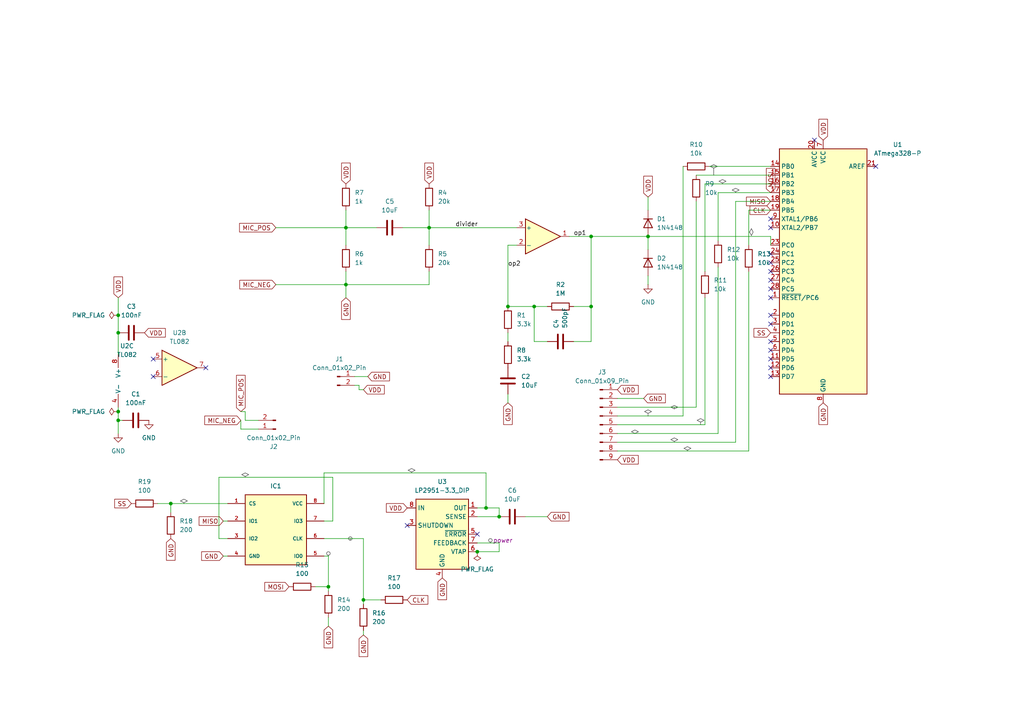
<source format=kicad_sch>
(kicad_sch
	(version 20231120)
	(generator "eeschema")
	(generator_version "8.0")
	(uuid "b7595049-4420-41d4-993c-8b31efea0e28")
	(paper "A4")
	(title_block
		(title "Digital Stethoscope ")
		(company "ATMANix")
	)
	(lib_symbols
		(symbol "Amplifier_Operational:TL082"
			(pin_names
				(offset 0.127)
			)
			(exclude_from_sim no)
			(in_bom yes)
			(on_board yes)
			(property "Reference" "U"
				(at 0 5.08 0)
				(effects
					(font
						(size 1.27 1.27)
					)
					(justify left)
				)
			)
			(property "Value" "TL082"
				(at 0 -5.08 0)
				(effects
					(font
						(size 1.27 1.27)
					)
					(justify left)
				)
			)
			(property "Footprint" ""
				(at 0 0 0)
				(effects
					(font
						(size 1.27 1.27)
					)
					(hide yes)
				)
			)
			(property "Datasheet" "http://www.ti.com/lit/ds/symlink/tl081.pdf"
				(at 0 0 0)
				(effects
					(font
						(size 1.27 1.27)
					)
					(hide yes)
				)
			)
			(property "Description" "Dual JFET-Input Operational Amplifiers, DIP-8/SOIC-8/SSOP-8"
				(at 0 0 0)
				(effects
					(font
						(size 1.27 1.27)
					)
					(hide yes)
				)
			)
			(property "ki_locked" ""
				(at 0 0 0)
				(effects
					(font
						(size 1.27 1.27)
					)
				)
			)
			(property "ki_keywords" "dual opamp"
				(at 0 0 0)
				(effects
					(font
						(size 1.27 1.27)
					)
					(hide yes)
				)
			)
			(property "ki_fp_filters" "SOIC*3.9x4.9mm*P1.27mm* DIP*W7.62mm* TO*99* OnSemi*Micro8* TSSOP*3x3mm*P0.65mm* TSSOP*4.4x3mm*P0.65mm* MSOP*3x3mm*P0.65mm* SSOP*3.9x4.9mm*P0.635mm* LFCSP*2x2mm*P0.5mm* *SIP* SOIC*5.3x6.2mm*P1.27mm*"
				(at 0 0 0)
				(effects
					(font
						(size 1.27 1.27)
					)
					(hide yes)
				)
			)
			(symbol "TL082_1_1"
				(polyline
					(pts
						(xy -5.08 5.08) (xy 5.08 0) (xy -5.08 -5.08) (xy -5.08 5.08)
					)
					(stroke
						(width 0.254)
						(type default)
					)
					(fill
						(type background)
					)
				)
				(pin output line
					(at 7.62 0 180)
					(length 2.54)
					(name "~"
						(effects
							(font
								(size 1.27 1.27)
							)
						)
					)
					(number "1"
						(effects
							(font
								(size 1.27 1.27)
							)
						)
					)
				)
				(pin input line
					(at -7.62 -2.54 0)
					(length 2.54)
					(name "-"
						(effects
							(font
								(size 1.27 1.27)
							)
						)
					)
					(number "2"
						(effects
							(font
								(size 1.27 1.27)
							)
						)
					)
				)
				(pin input line
					(at -7.62 2.54 0)
					(length 2.54)
					(name "+"
						(effects
							(font
								(size 1.27 1.27)
							)
						)
					)
					(number "3"
						(effects
							(font
								(size 1.27 1.27)
							)
						)
					)
				)
			)
			(symbol "TL082_2_1"
				(polyline
					(pts
						(xy -5.08 5.08) (xy 5.08 0) (xy -5.08 -5.08) (xy -5.08 5.08)
					)
					(stroke
						(width 0.254)
						(type default)
					)
					(fill
						(type background)
					)
				)
				(pin input line
					(at -7.62 2.54 0)
					(length 2.54)
					(name "+"
						(effects
							(font
								(size 1.27 1.27)
							)
						)
					)
					(number "5"
						(effects
							(font
								(size 1.27 1.27)
							)
						)
					)
				)
				(pin input line
					(at -7.62 -2.54 0)
					(length 2.54)
					(name "-"
						(effects
							(font
								(size 1.27 1.27)
							)
						)
					)
					(number "6"
						(effects
							(font
								(size 1.27 1.27)
							)
						)
					)
				)
				(pin output line
					(at 7.62 0 180)
					(length 2.54)
					(name "~"
						(effects
							(font
								(size 1.27 1.27)
							)
						)
					)
					(number "7"
						(effects
							(font
								(size 1.27 1.27)
							)
						)
					)
				)
			)
			(symbol "TL082_3_1"
				(pin power_in line
					(at -2.54 -7.62 90)
					(length 3.81)
					(name "V-"
						(effects
							(font
								(size 1.27 1.27)
							)
						)
					)
					(number "4"
						(effects
							(font
								(size 1.27 1.27)
							)
						)
					)
				)
				(pin power_in line
					(at -2.54 7.62 270)
					(length 3.81)
					(name "V+"
						(effects
							(font
								(size 1.27 1.27)
							)
						)
					)
					(number "8"
						(effects
							(font
								(size 1.27 1.27)
							)
						)
					)
				)
			)
		)
		(symbol "Connector:Conn_01x02_Pin"
			(pin_names
				(offset 1.016) hide)
			(exclude_from_sim no)
			(in_bom yes)
			(on_board yes)
			(property "Reference" "J"
				(at 0 2.54 0)
				(effects
					(font
						(size 1.27 1.27)
					)
				)
			)
			(property "Value" "Conn_01x02_Pin"
				(at 0 -5.08 0)
				(effects
					(font
						(size 1.27 1.27)
					)
				)
			)
			(property "Footprint" ""
				(at 0 0 0)
				(effects
					(font
						(size 1.27 1.27)
					)
					(hide yes)
				)
			)
			(property "Datasheet" "~"
				(at 0 0 0)
				(effects
					(font
						(size 1.27 1.27)
					)
					(hide yes)
				)
			)
			(property "Description" "Generic connector, single row, 01x02, script generated"
				(at 0 0 0)
				(effects
					(font
						(size 1.27 1.27)
					)
					(hide yes)
				)
			)
			(property "ki_locked" ""
				(at 0 0 0)
				(effects
					(font
						(size 1.27 1.27)
					)
				)
			)
			(property "ki_keywords" "connector"
				(at 0 0 0)
				(effects
					(font
						(size 1.27 1.27)
					)
					(hide yes)
				)
			)
			(property "ki_fp_filters" "Connector*:*_1x??_*"
				(at 0 0 0)
				(effects
					(font
						(size 1.27 1.27)
					)
					(hide yes)
				)
			)
			(symbol "Conn_01x02_Pin_1_1"
				(polyline
					(pts
						(xy 1.27 -2.54) (xy 0.8636 -2.54)
					)
					(stroke
						(width 0.1524)
						(type default)
					)
					(fill
						(type none)
					)
				)
				(polyline
					(pts
						(xy 1.27 0) (xy 0.8636 0)
					)
					(stroke
						(width 0.1524)
						(type default)
					)
					(fill
						(type none)
					)
				)
				(rectangle
					(start 0.8636 -2.413)
					(end 0 -2.667)
					(stroke
						(width 0.1524)
						(type default)
					)
					(fill
						(type outline)
					)
				)
				(rectangle
					(start 0.8636 0.127)
					(end 0 -0.127)
					(stroke
						(width 0.1524)
						(type default)
					)
					(fill
						(type outline)
					)
				)
				(pin passive line
					(at 5.08 0 180)
					(length 3.81)
					(name "Pin_1"
						(effects
							(font
								(size 1.27 1.27)
							)
						)
					)
					(number "1"
						(effects
							(font
								(size 1.27 1.27)
							)
						)
					)
				)
				(pin passive line
					(at 5.08 -2.54 180)
					(length 3.81)
					(name "Pin_2"
						(effects
							(font
								(size 1.27 1.27)
							)
						)
					)
					(number "2"
						(effects
							(font
								(size 1.27 1.27)
							)
						)
					)
				)
			)
		)
		(symbol "Connector:Conn_01x09_Pin"
			(pin_names
				(offset 1.016) hide)
			(exclude_from_sim no)
			(in_bom yes)
			(on_board yes)
			(property "Reference" "J"
				(at 0 12.7 0)
				(effects
					(font
						(size 1.27 1.27)
					)
				)
			)
			(property "Value" "Conn_01x09_Pin"
				(at 0 -12.7 0)
				(effects
					(font
						(size 1.27 1.27)
					)
				)
			)
			(property "Footprint" ""
				(at 0 0 0)
				(effects
					(font
						(size 1.27 1.27)
					)
					(hide yes)
				)
			)
			(property "Datasheet" "~"
				(at 0 0 0)
				(effects
					(font
						(size 1.27 1.27)
					)
					(hide yes)
				)
			)
			(property "Description" "Generic connector, single row, 01x09, script generated"
				(at 0 0 0)
				(effects
					(font
						(size 1.27 1.27)
					)
					(hide yes)
				)
			)
			(property "ki_locked" ""
				(at 0 0 0)
				(effects
					(font
						(size 1.27 1.27)
					)
				)
			)
			(property "ki_keywords" "connector"
				(at 0 0 0)
				(effects
					(font
						(size 1.27 1.27)
					)
					(hide yes)
				)
			)
			(property "ki_fp_filters" "Connector*:*_1x??_*"
				(at 0 0 0)
				(effects
					(font
						(size 1.27 1.27)
					)
					(hide yes)
				)
			)
			(symbol "Conn_01x09_Pin_1_1"
				(polyline
					(pts
						(xy 1.27 -10.16) (xy 0.8636 -10.16)
					)
					(stroke
						(width 0.1524)
						(type default)
					)
					(fill
						(type none)
					)
				)
				(polyline
					(pts
						(xy 1.27 -7.62) (xy 0.8636 -7.62)
					)
					(stroke
						(width 0.1524)
						(type default)
					)
					(fill
						(type none)
					)
				)
				(polyline
					(pts
						(xy 1.27 -5.08) (xy 0.8636 -5.08)
					)
					(stroke
						(width 0.1524)
						(type default)
					)
					(fill
						(type none)
					)
				)
				(polyline
					(pts
						(xy 1.27 -2.54) (xy 0.8636 -2.54)
					)
					(stroke
						(width 0.1524)
						(type default)
					)
					(fill
						(type none)
					)
				)
				(polyline
					(pts
						(xy 1.27 0) (xy 0.8636 0)
					)
					(stroke
						(width 0.1524)
						(type default)
					)
					(fill
						(type none)
					)
				)
				(polyline
					(pts
						(xy 1.27 2.54) (xy 0.8636 2.54)
					)
					(stroke
						(width 0.1524)
						(type default)
					)
					(fill
						(type none)
					)
				)
				(polyline
					(pts
						(xy 1.27 5.08) (xy 0.8636 5.08)
					)
					(stroke
						(width 0.1524)
						(type default)
					)
					(fill
						(type none)
					)
				)
				(polyline
					(pts
						(xy 1.27 7.62) (xy 0.8636 7.62)
					)
					(stroke
						(width 0.1524)
						(type default)
					)
					(fill
						(type none)
					)
				)
				(polyline
					(pts
						(xy 1.27 10.16) (xy 0.8636 10.16)
					)
					(stroke
						(width 0.1524)
						(type default)
					)
					(fill
						(type none)
					)
				)
				(rectangle
					(start 0.8636 -10.033)
					(end 0 -10.287)
					(stroke
						(width 0.1524)
						(type default)
					)
					(fill
						(type outline)
					)
				)
				(rectangle
					(start 0.8636 -7.493)
					(end 0 -7.747)
					(stroke
						(width 0.1524)
						(type default)
					)
					(fill
						(type outline)
					)
				)
				(rectangle
					(start 0.8636 -4.953)
					(end 0 -5.207)
					(stroke
						(width 0.1524)
						(type default)
					)
					(fill
						(type outline)
					)
				)
				(rectangle
					(start 0.8636 -2.413)
					(end 0 -2.667)
					(stroke
						(width 0.1524)
						(type default)
					)
					(fill
						(type outline)
					)
				)
				(rectangle
					(start 0.8636 0.127)
					(end 0 -0.127)
					(stroke
						(width 0.1524)
						(type default)
					)
					(fill
						(type outline)
					)
				)
				(rectangle
					(start 0.8636 2.667)
					(end 0 2.413)
					(stroke
						(width 0.1524)
						(type default)
					)
					(fill
						(type outline)
					)
				)
				(rectangle
					(start 0.8636 5.207)
					(end 0 4.953)
					(stroke
						(width 0.1524)
						(type default)
					)
					(fill
						(type outline)
					)
				)
				(rectangle
					(start 0.8636 7.747)
					(end 0 7.493)
					(stroke
						(width 0.1524)
						(type default)
					)
					(fill
						(type outline)
					)
				)
				(rectangle
					(start 0.8636 10.287)
					(end 0 10.033)
					(stroke
						(width 0.1524)
						(type default)
					)
					(fill
						(type outline)
					)
				)
				(pin passive line
					(at 5.08 10.16 180)
					(length 3.81)
					(name "Pin_1"
						(effects
							(font
								(size 1.27 1.27)
							)
						)
					)
					(number "1"
						(effects
							(font
								(size 1.27 1.27)
							)
						)
					)
				)
				(pin passive line
					(at 5.08 7.62 180)
					(length 3.81)
					(name "Pin_2"
						(effects
							(font
								(size 1.27 1.27)
							)
						)
					)
					(number "2"
						(effects
							(font
								(size 1.27 1.27)
							)
						)
					)
				)
				(pin passive line
					(at 5.08 5.08 180)
					(length 3.81)
					(name "Pin_3"
						(effects
							(font
								(size 1.27 1.27)
							)
						)
					)
					(number "3"
						(effects
							(font
								(size 1.27 1.27)
							)
						)
					)
				)
				(pin passive line
					(at 5.08 2.54 180)
					(length 3.81)
					(name "Pin_4"
						(effects
							(font
								(size 1.27 1.27)
							)
						)
					)
					(number "4"
						(effects
							(font
								(size 1.27 1.27)
							)
						)
					)
				)
				(pin passive line
					(at 5.08 0 180)
					(length 3.81)
					(name "Pin_5"
						(effects
							(font
								(size 1.27 1.27)
							)
						)
					)
					(number "5"
						(effects
							(font
								(size 1.27 1.27)
							)
						)
					)
				)
				(pin passive line
					(at 5.08 -2.54 180)
					(length 3.81)
					(name "Pin_6"
						(effects
							(font
								(size 1.27 1.27)
							)
						)
					)
					(number "6"
						(effects
							(font
								(size 1.27 1.27)
							)
						)
					)
				)
				(pin passive line
					(at 5.08 -5.08 180)
					(length 3.81)
					(name "Pin_7"
						(effects
							(font
								(size 1.27 1.27)
							)
						)
					)
					(number "7"
						(effects
							(font
								(size 1.27 1.27)
							)
						)
					)
				)
				(pin passive line
					(at 5.08 -7.62 180)
					(length 3.81)
					(name "Pin_8"
						(effects
							(font
								(size 1.27 1.27)
							)
						)
					)
					(number "8"
						(effects
							(font
								(size 1.27 1.27)
							)
						)
					)
				)
				(pin passive line
					(at 5.08 -10.16 180)
					(length 3.81)
					(name "Pin_9"
						(effects
							(font
								(size 1.27 1.27)
							)
						)
					)
					(number "9"
						(effects
							(font
								(size 1.27 1.27)
							)
						)
					)
				)
			)
		)
		(symbol "Device:C"
			(pin_numbers hide)
			(pin_names
				(offset 0.254)
			)
			(exclude_from_sim no)
			(in_bom yes)
			(on_board yes)
			(property "Reference" "C"
				(at 0.635 2.54 0)
				(effects
					(font
						(size 1.27 1.27)
					)
					(justify left)
				)
			)
			(property "Value" "C"
				(at 0.635 -2.54 0)
				(effects
					(font
						(size 1.27 1.27)
					)
					(justify left)
				)
			)
			(property "Footprint" ""
				(at 0.9652 -3.81 0)
				(effects
					(font
						(size 1.27 1.27)
					)
					(hide yes)
				)
			)
			(property "Datasheet" "~"
				(at 0 0 0)
				(effects
					(font
						(size 1.27 1.27)
					)
					(hide yes)
				)
			)
			(property "Description" "Unpolarized capacitor"
				(at 0 0 0)
				(effects
					(font
						(size 1.27 1.27)
					)
					(hide yes)
				)
			)
			(property "ki_keywords" "cap capacitor"
				(at 0 0 0)
				(effects
					(font
						(size 1.27 1.27)
					)
					(hide yes)
				)
			)
			(property "ki_fp_filters" "C_*"
				(at 0 0 0)
				(effects
					(font
						(size 1.27 1.27)
					)
					(hide yes)
				)
			)
			(symbol "C_0_1"
				(polyline
					(pts
						(xy -2.032 -0.762) (xy 2.032 -0.762)
					)
					(stroke
						(width 0.508)
						(type default)
					)
					(fill
						(type none)
					)
				)
				(polyline
					(pts
						(xy -2.032 0.762) (xy 2.032 0.762)
					)
					(stroke
						(width 0.508)
						(type default)
					)
					(fill
						(type none)
					)
				)
			)
			(symbol "C_1_1"
				(pin passive line
					(at 0 3.81 270)
					(length 2.794)
					(name "~"
						(effects
							(font
								(size 1.27 1.27)
							)
						)
					)
					(number "1"
						(effects
							(font
								(size 1.27 1.27)
							)
						)
					)
				)
				(pin passive line
					(at 0 -3.81 90)
					(length 2.794)
					(name "~"
						(effects
							(font
								(size 1.27 1.27)
							)
						)
					)
					(number "2"
						(effects
							(font
								(size 1.27 1.27)
							)
						)
					)
				)
			)
		)
		(symbol "Device:R"
			(pin_numbers hide)
			(pin_names
				(offset 0)
			)
			(exclude_from_sim no)
			(in_bom yes)
			(on_board yes)
			(property "Reference" "R"
				(at 2.032 0 90)
				(effects
					(font
						(size 1.27 1.27)
					)
				)
			)
			(property "Value" "R"
				(at 0 0 90)
				(effects
					(font
						(size 1.27 1.27)
					)
				)
			)
			(property "Footprint" ""
				(at -1.778 0 90)
				(effects
					(font
						(size 1.27 1.27)
					)
					(hide yes)
				)
			)
			(property "Datasheet" "~"
				(at 0 0 0)
				(effects
					(font
						(size 1.27 1.27)
					)
					(hide yes)
				)
			)
			(property "Description" "Resistor"
				(at 0 0 0)
				(effects
					(font
						(size 1.27 1.27)
					)
					(hide yes)
				)
			)
			(property "ki_keywords" "R res resistor"
				(at 0 0 0)
				(effects
					(font
						(size 1.27 1.27)
					)
					(hide yes)
				)
			)
			(property "ki_fp_filters" "R_*"
				(at 0 0 0)
				(effects
					(font
						(size 1.27 1.27)
					)
					(hide yes)
				)
			)
			(symbol "R_0_1"
				(rectangle
					(start -1.016 -2.54)
					(end 1.016 2.54)
					(stroke
						(width 0.254)
						(type default)
					)
					(fill
						(type none)
					)
				)
			)
			(symbol "R_1_1"
				(pin passive line
					(at 0 3.81 270)
					(length 1.27)
					(name "~"
						(effects
							(font
								(size 1.27 1.27)
							)
						)
					)
					(number "1"
						(effects
							(font
								(size 1.27 1.27)
							)
						)
					)
				)
				(pin passive line
					(at 0 -3.81 90)
					(length 1.27)
					(name "~"
						(effects
							(font
								(size 1.27 1.27)
							)
						)
					)
					(number "2"
						(effects
							(font
								(size 1.27 1.27)
							)
						)
					)
				)
			)
		)
		(symbol "Diode:1N4148"
			(pin_numbers hide)
			(pin_names hide)
			(exclude_from_sim no)
			(in_bom yes)
			(on_board yes)
			(property "Reference" "D"
				(at 0 2.54 0)
				(effects
					(font
						(size 1.27 1.27)
					)
				)
			)
			(property "Value" "1N4148"
				(at 0 -2.54 0)
				(effects
					(font
						(size 1.27 1.27)
					)
				)
			)
			(property "Footprint" "Diode_THT:D_DO-35_SOD27_P7.62mm_Horizontal"
				(at 0 0 0)
				(effects
					(font
						(size 1.27 1.27)
					)
					(hide yes)
				)
			)
			(property "Datasheet" "https://assets.nexperia.com/documents/data-sheet/1N4148_1N4448.pdf"
				(at 0 0 0)
				(effects
					(font
						(size 1.27 1.27)
					)
					(hide yes)
				)
			)
			(property "Description" "100V 0.15A standard switching diode, DO-35"
				(at 0 0 0)
				(effects
					(font
						(size 1.27 1.27)
					)
					(hide yes)
				)
			)
			(property "Sim.Device" "D"
				(at 0 0 0)
				(effects
					(font
						(size 1.27 1.27)
					)
					(hide yes)
				)
			)
			(property "Sim.Pins" "1=K 2=A"
				(at 0 0 0)
				(effects
					(font
						(size 1.27 1.27)
					)
					(hide yes)
				)
			)
			(property "ki_keywords" "diode"
				(at 0 0 0)
				(effects
					(font
						(size 1.27 1.27)
					)
					(hide yes)
				)
			)
			(property "ki_fp_filters" "D*DO?35*"
				(at 0 0 0)
				(effects
					(font
						(size 1.27 1.27)
					)
					(hide yes)
				)
			)
			(symbol "1N4148_0_1"
				(polyline
					(pts
						(xy -1.27 1.27) (xy -1.27 -1.27)
					)
					(stroke
						(width 0.254)
						(type default)
					)
					(fill
						(type none)
					)
				)
				(polyline
					(pts
						(xy 1.27 0) (xy -1.27 0)
					)
					(stroke
						(width 0)
						(type default)
					)
					(fill
						(type none)
					)
				)
				(polyline
					(pts
						(xy 1.27 1.27) (xy 1.27 -1.27) (xy -1.27 0) (xy 1.27 1.27)
					)
					(stroke
						(width 0.254)
						(type default)
					)
					(fill
						(type none)
					)
				)
			)
			(symbol "1N4148_1_1"
				(pin passive line
					(at -3.81 0 0)
					(length 2.54)
					(name "K"
						(effects
							(font
								(size 1.27 1.27)
							)
						)
					)
					(number "1"
						(effects
							(font
								(size 1.27 1.27)
							)
						)
					)
				)
				(pin passive line
					(at 3.81 0 180)
					(length 2.54)
					(name "A"
						(effects
							(font
								(size 1.27 1.27)
							)
						)
					)
					(number "2"
						(effects
							(font
								(size 1.27 1.27)
							)
						)
					)
				)
			)
		)
		(symbol "MCU_Microchip_ATmega:ATmega328-P"
			(exclude_from_sim no)
			(in_bom yes)
			(on_board yes)
			(property "Reference" "U"
				(at -12.7 36.83 0)
				(effects
					(font
						(size 1.27 1.27)
					)
					(justify left bottom)
				)
			)
			(property "Value" "ATmega328-P"
				(at 2.54 -36.83 0)
				(effects
					(font
						(size 1.27 1.27)
					)
					(justify left top)
				)
			)
			(property "Footprint" "Package_DIP:DIP-28_W7.62mm"
				(at 0 0 0)
				(effects
					(font
						(size 1.27 1.27)
						(italic yes)
					)
					(hide yes)
				)
			)
			(property "Datasheet" "http://ww1.microchip.com/downloads/en/DeviceDoc/ATmega328_P%20AVR%20MCU%20with%20picoPower%20Technology%20Data%20Sheet%2040001984A.pdf"
				(at 0 0 0)
				(effects
					(font
						(size 1.27 1.27)
					)
					(hide yes)
				)
			)
			(property "Description" "20MHz, 32kB Flash, 2kB SRAM, 1kB EEPROM, DIP-28"
				(at 0 0 0)
				(effects
					(font
						(size 1.27 1.27)
					)
					(hide yes)
				)
			)
			(property "ki_keywords" "AVR 8bit Microcontroller MegaAVR"
				(at 0 0 0)
				(effects
					(font
						(size 1.27 1.27)
					)
					(hide yes)
				)
			)
			(property "ki_fp_filters" "DIP*W7.62mm*"
				(at 0 0 0)
				(effects
					(font
						(size 1.27 1.27)
					)
					(hide yes)
				)
			)
			(symbol "ATmega328-P_0_1"
				(rectangle
					(start -12.7 -35.56)
					(end 12.7 35.56)
					(stroke
						(width 0.254)
						(type default)
					)
					(fill
						(type background)
					)
				)
			)
			(symbol "ATmega328-P_1_1"
				(pin bidirectional line
					(at 15.24 -7.62 180)
					(length 2.54)
					(name "~{RESET}/PC6"
						(effects
							(font
								(size 1.27 1.27)
							)
						)
					)
					(number "1"
						(effects
							(font
								(size 1.27 1.27)
							)
						)
					)
				)
				(pin bidirectional line
					(at 15.24 12.7 180)
					(length 2.54)
					(name "XTAL2/PB7"
						(effects
							(font
								(size 1.27 1.27)
							)
						)
					)
					(number "10"
						(effects
							(font
								(size 1.27 1.27)
							)
						)
					)
				)
				(pin bidirectional line
					(at 15.24 -25.4 180)
					(length 2.54)
					(name "PD5"
						(effects
							(font
								(size 1.27 1.27)
							)
						)
					)
					(number "11"
						(effects
							(font
								(size 1.27 1.27)
							)
						)
					)
				)
				(pin bidirectional line
					(at 15.24 -27.94 180)
					(length 2.54)
					(name "PD6"
						(effects
							(font
								(size 1.27 1.27)
							)
						)
					)
					(number "12"
						(effects
							(font
								(size 1.27 1.27)
							)
						)
					)
				)
				(pin bidirectional line
					(at 15.24 -30.48 180)
					(length 2.54)
					(name "PD7"
						(effects
							(font
								(size 1.27 1.27)
							)
						)
					)
					(number "13"
						(effects
							(font
								(size 1.27 1.27)
							)
						)
					)
				)
				(pin bidirectional line
					(at 15.24 30.48 180)
					(length 2.54)
					(name "PB0"
						(effects
							(font
								(size 1.27 1.27)
							)
						)
					)
					(number "14"
						(effects
							(font
								(size 1.27 1.27)
							)
						)
					)
				)
				(pin bidirectional line
					(at 15.24 27.94 180)
					(length 2.54)
					(name "PB1"
						(effects
							(font
								(size 1.27 1.27)
							)
						)
					)
					(number "15"
						(effects
							(font
								(size 1.27 1.27)
							)
						)
					)
				)
				(pin bidirectional line
					(at 15.24 25.4 180)
					(length 2.54)
					(name "PB2"
						(effects
							(font
								(size 1.27 1.27)
							)
						)
					)
					(number "16"
						(effects
							(font
								(size 1.27 1.27)
							)
						)
					)
				)
				(pin bidirectional line
					(at 15.24 22.86 180)
					(length 2.54)
					(name "PB3"
						(effects
							(font
								(size 1.27 1.27)
							)
						)
					)
					(number "17"
						(effects
							(font
								(size 1.27 1.27)
							)
						)
					)
				)
				(pin bidirectional line
					(at 15.24 20.32 180)
					(length 2.54)
					(name "PB4"
						(effects
							(font
								(size 1.27 1.27)
							)
						)
					)
					(number "18"
						(effects
							(font
								(size 1.27 1.27)
							)
						)
					)
				)
				(pin bidirectional line
					(at 15.24 17.78 180)
					(length 2.54)
					(name "PB5"
						(effects
							(font
								(size 1.27 1.27)
							)
						)
					)
					(number "19"
						(effects
							(font
								(size 1.27 1.27)
							)
						)
					)
				)
				(pin bidirectional line
					(at 15.24 -12.7 180)
					(length 2.54)
					(name "PD0"
						(effects
							(font
								(size 1.27 1.27)
							)
						)
					)
					(number "2"
						(effects
							(font
								(size 1.27 1.27)
							)
						)
					)
				)
				(pin power_in line
					(at 2.54 38.1 270)
					(length 2.54)
					(name "AVCC"
						(effects
							(font
								(size 1.27 1.27)
							)
						)
					)
					(number "20"
						(effects
							(font
								(size 1.27 1.27)
							)
						)
					)
				)
				(pin passive line
					(at -15.24 30.48 0)
					(length 2.54)
					(name "AREF"
						(effects
							(font
								(size 1.27 1.27)
							)
						)
					)
					(number "21"
						(effects
							(font
								(size 1.27 1.27)
							)
						)
					)
				)
				(pin passive line
					(at 0 -38.1 90)
					(length 2.54) hide
					(name "GND"
						(effects
							(font
								(size 1.27 1.27)
							)
						)
					)
					(number "22"
						(effects
							(font
								(size 1.27 1.27)
							)
						)
					)
				)
				(pin bidirectional line
					(at 15.24 7.62 180)
					(length 2.54)
					(name "PC0"
						(effects
							(font
								(size 1.27 1.27)
							)
						)
					)
					(number "23"
						(effects
							(font
								(size 1.27 1.27)
							)
						)
					)
				)
				(pin bidirectional line
					(at 15.24 5.08 180)
					(length 2.54)
					(name "PC1"
						(effects
							(font
								(size 1.27 1.27)
							)
						)
					)
					(number "24"
						(effects
							(font
								(size 1.27 1.27)
							)
						)
					)
				)
				(pin bidirectional line
					(at 15.24 2.54 180)
					(length 2.54)
					(name "PC2"
						(effects
							(font
								(size 1.27 1.27)
							)
						)
					)
					(number "25"
						(effects
							(font
								(size 1.27 1.27)
							)
						)
					)
				)
				(pin bidirectional line
					(at 15.24 0 180)
					(length 2.54)
					(name "PC3"
						(effects
							(font
								(size 1.27 1.27)
							)
						)
					)
					(number "26"
						(effects
							(font
								(size 1.27 1.27)
							)
						)
					)
				)
				(pin bidirectional line
					(at 15.24 -2.54 180)
					(length 2.54)
					(name "PC4"
						(effects
							(font
								(size 1.27 1.27)
							)
						)
					)
					(number "27"
						(effects
							(font
								(size 1.27 1.27)
							)
						)
					)
				)
				(pin bidirectional line
					(at 15.24 -5.08 180)
					(length 2.54)
					(name "PC5"
						(effects
							(font
								(size 1.27 1.27)
							)
						)
					)
					(number "28"
						(effects
							(font
								(size 1.27 1.27)
							)
						)
					)
				)
				(pin bidirectional line
					(at 15.24 -15.24 180)
					(length 2.54)
					(name "PD1"
						(effects
							(font
								(size 1.27 1.27)
							)
						)
					)
					(number "3"
						(effects
							(font
								(size 1.27 1.27)
							)
						)
					)
				)
				(pin bidirectional line
					(at 15.24 -17.78 180)
					(length 2.54)
					(name "PD2"
						(effects
							(font
								(size 1.27 1.27)
							)
						)
					)
					(number "4"
						(effects
							(font
								(size 1.27 1.27)
							)
						)
					)
				)
				(pin bidirectional line
					(at 15.24 -20.32 180)
					(length 2.54)
					(name "PD3"
						(effects
							(font
								(size 1.27 1.27)
							)
						)
					)
					(number "5"
						(effects
							(font
								(size 1.27 1.27)
							)
						)
					)
				)
				(pin bidirectional line
					(at 15.24 -22.86 180)
					(length 2.54)
					(name "PD4"
						(effects
							(font
								(size 1.27 1.27)
							)
						)
					)
					(number "6"
						(effects
							(font
								(size 1.27 1.27)
							)
						)
					)
				)
				(pin power_in line
					(at 0 38.1 270)
					(length 2.54)
					(name "VCC"
						(effects
							(font
								(size 1.27 1.27)
							)
						)
					)
					(number "7"
						(effects
							(font
								(size 1.27 1.27)
							)
						)
					)
				)
				(pin power_in line
					(at 0 -38.1 90)
					(length 2.54)
					(name "GND"
						(effects
							(font
								(size 1.27 1.27)
							)
						)
					)
					(number "8"
						(effects
							(font
								(size 1.27 1.27)
							)
						)
					)
				)
				(pin bidirectional line
					(at 15.24 15.24 180)
					(length 2.54)
					(name "XTAL1/PB6"
						(effects
							(font
								(size 1.27 1.27)
							)
						)
					)
					(number "9"
						(effects
							(font
								(size 1.27 1.27)
							)
						)
					)
				)
			)
		)
		(symbol "Regulator_Linear:LP2951-3.3_DIP"
			(exclude_from_sim no)
			(in_bom yes)
			(on_board yes)
			(property "Reference" "U"
				(at -6.35 11.43 0)
				(effects
					(font
						(size 1.27 1.27)
					)
				)
			)
			(property "Value" "LP2951-3.3_DIP"
				(at 1.27 11.43 0)
				(effects
					(font
						(size 1.27 1.27)
					)
					(justify left)
				)
			)
			(property "Footprint" "Package_DIP:DIP-8_W7.62mm"
				(at 0 -15.24 0)
				(effects
					(font
						(size 1.27 1.27)
					)
					(hide yes)
				)
			)
			(property "Datasheet" "http://www.ti.com/lit/ds/symlink/lp2951.pdf"
				(at -6.35 11.43 0)
				(effects
					(font
						(size 1.27 1.27)
					)
					(hide yes)
				)
			)
			(property "Description" "Micropower Voltage Regulators with Shutdown, 100mA, Fixed Output 3.3V, LDO, DIP-8"
				(at 0 0 0)
				(effects
					(font
						(size 1.27 1.27)
					)
					(hide yes)
				)
			)
			(property "ki_keywords" "Micropower Voltage Regulators with Shutdown"
				(at 0 0 0)
				(effects
					(font
						(size 1.27 1.27)
					)
					(hide yes)
				)
			)
			(property "ki_fp_filters" "DIP*W7.62mm*"
				(at 0 0 0)
				(effects
					(font
						(size 1.27 1.27)
					)
					(hide yes)
				)
			)
			(symbol "LP2951-3.3_DIP_0_1"
				(rectangle
					(start -7.62 10.16)
					(end 7.62 -10.16)
					(stroke
						(width 0.254)
						(type default)
					)
					(fill
						(type background)
					)
				)
			)
			(symbol "LP2951-3.3_DIP_1_1"
				(pin power_out line
					(at 10.16 7.62 180)
					(length 2.54)
					(name "OUT"
						(effects
							(font
								(size 1.27 1.27)
							)
						)
					)
					(number "1"
						(effects
							(font
								(size 1.27 1.27)
							)
						)
					)
				)
				(pin passive line
					(at 10.16 5.08 180)
					(length 2.54)
					(name "SENSE"
						(effects
							(font
								(size 1.27 1.27)
							)
						)
					)
					(number "2"
						(effects
							(font
								(size 1.27 1.27)
							)
						)
					)
				)
				(pin input line
					(at -10.16 2.54 0)
					(length 2.54)
					(name "SHUTDOWN"
						(effects
							(font
								(size 1.27 1.27)
							)
						)
					)
					(number "3"
						(effects
							(font
								(size 1.27 1.27)
							)
						)
					)
				)
				(pin power_in line
					(at 0 -12.7 90)
					(length 2.54)
					(name "GND"
						(effects
							(font
								(size 1.27 1.27)
							)
						)
					)
					(number "4"
						(effects
							(font
								(size 1.27 1.27)
							)
						)
					)
				)
				(pin open_collector line
					(at 10.16 0 180)
					(length 2.54)
					(name "~{ERROR}"
						(effects
							(font
								(size 1.27 1.27)
							)
						)
					)
					(number "5"
						(effects
							(font
								(size 1.27 1.27)
							)
						)
					)
				)
				(pin input line
					(at 10.16 -5.08 180)
					(length 2.54)
					(name "VTAP"
						(effects
							(font
								(size 1.27 1.27)
							)
						)
					)
					(number "6"
						(effects
							(font
								(size 1.27 1.27)
							)
						)
					)
				)
				(pin input line
					(at 10.16 -2.54 180)
					(length 2.54)
					(name "FEEDBACK"
						(effects
							(font
								(size 1.27 1.27)
							)
						)
					)
					(number "7"
						(effects
							(font
								(size 1.27 1.27)
							)
						)
					)
				)
				(pin power_in line
					(at -10.16 7.62 0)
					(length 2.54)
					(name "IN"
						(effects
							(font
								(size 1.27 1.27)
							)
						)
					)
					(number "8"
						(effects
							(font
								(size 1.27 1.27)
							)
						)
					)
				)
			)
		)
		(symbol "W25Q80DVSSIG_1:W25Q80DVSSIG"
			(pin_names
				(offset 1.016)
			)
			(exclude_from_sim no)
			(in_bom yes)
			(on_board yes)
			(property "Reference" "IC"
				(at -10.414 10.922 0)
				(effects
					(font
						(size 1.27 1.27)
					)
					(justify left bottom)
				)
			)
			(property "Value" "W25Q80DVSSIG"
				(at 0 0 0)
				(effects
					(font
						(size 1.27 1.27)
					)
					(justify left bottom)
					(hide yes)
				)
			)
			(property "Footprint" "SOIC8-FLASH"
				(at 0 0 0)
				(effects
					(font
						(size 1.27 1.27)
					)
					(justify left bottom)
					(hide yes)
				)
			)
			(property "Datasheet" ""
				(at 0 0 0)
				(effects
					(font
						(size 1.27 1.27)
					)
					(justify left bottom)
					(hide yes)
				)
			)
			(property "Description" ""
				(at 0 0 0)
				(effects
					(font
						(size 1.27 1.27)
					)
					(hide yes)
				)
			)
			(property "MF" "Winbond Electronics"
				(at 0 0 0)
				(effects
					(font
						(size 1.27 1.27)
					)
					(justify left bottom)
					(hide yes)
				)
			)
			(property "Description_1" "\\n                        \\n                            FLASH - NOR Memory IC 8Mb (1M x 8) SPI - Quad I/O 104 MHz 8-SOIC\\n                        \\n"
				(at 0 0 0)
				(effects
					(font
						(size 1.27 1.27)
					)
					(justify left bottom)
					(hide yes)
				)
			)
			(property "Package" "SOIC-8 Winbond"
				(at 0 0 0)
				(effects
					(font
						(size 1.27 1.27)
					)
					(justify left bottom)
					(hide yes)
				)
			)
			(property "Price" "None"
				(at 0 0 0)
				(effects
					(font
						(size 1.27 1.27)
					)
					(justify left bottom)
					(hide yes)
				)
			)
			(property "SnapEDA_Link" "https://www.snapeda.com/parts/W25Q80DVSSIG/Winbond/view-part/?ref=snap"
				(at 0 0 0)
				(effects
					(font
						(size 1.27 1.27)
					)
					(justify left bottom)
					(hide yes)
				)
			)
			(property "MP" "W25Q80DVSSIG"
				(at 0 0 0)
				(effects
					(font
						(size 1.27 1.27)
					)
					(justify left bottom)
					(hide yes)
				)
			)
			(property "Availability" "In Stock"
				(at 0 0 0)
				(effects
					(font
						(size 1.27 1.27)
					)
					(justify left bottom)
					(hide yes)
				)
			)
			(property "Check_prices" "https://www.snapeda.com/parts/W25Q80DVSSIG/Winbond/view-part/?ref=eda"
				(at 0 0 0)
				(effects
					(font
						(size 1.27 1.27)
					)
					(justify left bottom)
					(hide yes)
				)
			)
			(property "ki_locked" ""
				(at 0 0 0)
				(effects
					(font
						(size 1.27 1.27)
					)
				)
			)
			(symbol "W25Q80DVSSIG_0_0"
				(rectangle
					(start -10.16 -10.16)
					(end 7.62 10.16)
					(stroke
						(width 0.254)
						(type solid)
					)
					(fill
						(type background)
					)
				)
				(pin bidirectional line
					(at -15.24 7.62 0)
					(length 5.08)
					(name "CS"
						(effects
							(font
								(size 1.016 1.016)
							)
						)
					)
					(number "1"
						(effects
							(font
								(size 1.016 1.016)
							)
						)
					)
				)
				(pin bidirectional line
					(at -15.24 2.54 0)
					(length 5.08)
					(name "IO1"
						(effects
							(font
								(size 1.016 1.016)
							)
						)
					)
					(number "2"
						(effects
							(font
								(size 1.016 1.016)
							)
						)
					)
				)
				(pin bidirectional line
					(at -15.24 -2.54 0)
					(length 5.08)
					(name "IO2"
						(effects
							(font
								(size 1.016 1.016)
							)
						)
					)
					(number "3"
						(effects
							(font
								(size 1.016 1.016)
							)
						)
					)
				)
				(pin bidirectional line
					(at 12.7 -7.62 180)
					(length 5.08)
					(name "IO0"
						(effects
							(font
								(size 1.016 1.016)
							)
						)
					)
					(number "5"
						(effects
							(font
								(size 1.016 1.016)
							)
						)
					)
				)
				(pin bidirectional line
					(at 12.7 -2.54 180)
					(length 5.08)
					(name "CLK"
						(effects
							(font
								(size 1.016 1.016)
							)
						)
					)
					(number "6"
						(effects
							(font
								(size 1.016 1.016)
							)
						)
					)
				)
				(pin bidirectional line
					(at 12.7 2.54 180)
					(length 5.08)
					(name "IO3"
						(effects
							(font
								(size 1.016 1.016)
							)
						)
					)
					(number "7"
						(effects
							(font
								(size 1.016 1.016)
							)
						)
					)
				)
			)
			(symbol "W25Q80DVSSIG_1_0"
				(pin power_in line
					(at -15.24 -7.62 0)
					(length 5.08)
					(name "GND"
						(effects
							(font
								(size 1.016 1.016)
							)
						)
					)
					(number "4"
						(effects
							(font
								(size 1.016 1.016)
							)
						)
					)
				)
				(pin power_in line
					(at 12.7 7.62 180)
					(length 5.08)
					(name "VCC"
						(effects
							(font
								(size 1.016 1.016)
							)
						)
					)
					(number "8"
						(effects
							(font
								(size 1.016 1.016)
							)
						)
					)
				)
			)
		)
		(symbol "power:GND"
			(power)
			(pin_numbers hide)
			(pin_names
				(offset 0) hide)
			(exclude_from_sim no)
			(in_bom yes)
			(on_board yes)
			(property "Reference" "#PWR"
				(at 0 -6.35 0)
				(effects
					(font
						(size 1.27 1.27)
					)
					(hide yes)
				)
			)
			(property "Value" "GND"
				(at 0 -3.81 0)
				(effects
					(font
						(size 1.27 1.27)
					)
				)
			)
			(property "Footprint" ""
				(at 0 0 0)
				(effects
					(font
						(size 1.27 1.27)
					)
					(hide yes)
				)
			)
			(property "Datasheet" ""
				(at 0 0 0)
				(effects
					(font
						(size 1.27 1.27)
					)
					(hide yes)
				)
			)
			(property "Description" "Power symbol creates a global label with name \"GND\" , ground"
				(at 0 0 0)
				(effects
					(font
						(size 1.27 1.27)
					)
					(hide yes)
				)
			)
			(property "ki_keywords" "global power"
				(at 0 0 0)
				(effects
					(font
						(size 1.27 1.27)
					)
					(hide yes)
				)
			)
			(symbol "GND_0_1"
				(polyline
					(pts
						(xy 0 0) (xy 0 -1.27) (xy 1.27 -1.27) (xy 0 -2.54) (xy -1.27 -1.27) (xy 0 -1.27)
					)
					(stroke
						(width 0)
						(type default)
					)
					(fill
						(type none)
					)
				)
			)
			(symbol "GND_1_1"
				(pin power_in line
					(at 0 0 270)
					(length 0)
					(name "~"
						(effects
							(font
								(size 1.27 1.27)
							)
						)
					)
					(number "1"
						(effects
							(font
								(size 1.27 1.27)
							)
						)
					)
				)
			)
		)
		(symbol "power:PWR_FLAG"
			(power)
			(pin_numbers hide)
			(pin_names
				(offset 0) hide)
			(exclude_from_sim no)
			(in_bom yes)
			(on_board yes)
			(property "Reference" "#FLG"
				(at 0 1.905 0)
				(effects
					(font
						(size 1.27 1.27)
					)
					(hide yes)
				)
			)
			(property "Value" "PWR_FLAG"
				(at 0 3.81 0)
				(effects
					(font
						(size 1.27 1.27)
					)
				)
			)
			(property "Footprint" ""
				(at 0 0 0)
				(effects
					(font
						(size 1.27 1.27)
					)
					(hide yes)
				)
			)
			(property "Datasheet" "~"
				(at 0 0 0)
				(effects
					(font
						(size 1.27 1.27)
					)
					(hide yes)
				)
			)
			(property "Description" "Special symbol for telling ERC where power comes from"
				(at 0 0 0)
				(effects
					(font
						(size 1.27 1.27)
					)
					(hide yes)
				)
			)
			(property "ki_keywords" "flag power"
				(at 0 0 0)
				(effects
					(font
						(size 1.27 1.27)
					)
					(hide yes)
				)
			)
			(symbol "PWR_FLAG_0_0"
				(pin power_out line
					(at 0 0 90)
					(length 0)
					(name "~"
						(effects
							(font
								(size 1.27 1.27)
							)
						)
					)
					(number "1"
						(effects
							(font
								(size 1.27 1.27)
							)
						)
					)
				)
			)
			(symbol "PWR_FLAG_0_1"
				(polyline
					(pts
						(xy 0 0) (xy 0 1.27) (xy -1.016 1.905) (xy 0 2.54) (xy 1.016 1.905) (xy 0 1.27)
					)
					(stroke
						(width 0)
						(type default)
					)
					(fill
						(type none)
					)
				)
			)
		)
	)
	(junction
		(at 171.45 88.9)
		(diameter 0)
		(color 0 0 0 0)
		(uuid "0a735002-4608-4432-be3b-79948eee276a")
	)
	(junction
		(at 34.29 119.38)
		(diameter 0)
		(color 0 0 0 0)
		(uuid "13cd955b-452d-4bae-988d-6e2ea450dd9f")
	)
	(junction
		(at 100.33 82.55)
		(diameter 0)
		(color 0 0 0 0)
		(uuid "4b0d546d-9477-4c86-91fe-3eee8a4a49ae")
	)
	(junction
		(at 138.43 160.02)
		(diameter 0)
		(color 0 0 0 0)
		(uuid "4dd5eee1-daf9-48d8-a621-483e5cceeb3c")
	)
	(junction
		(at 144.78 149.86)
		(diameter 0)
		(color 0 0 0 0)
		(uuid "4fdf6fbf-99c3-4325-8546-f5eb7e6ce8d7")
	)
	(junction
		(at 95.25 170.18)
		(diameter 0)
		(color 0 0 0 0)
		(uuid "57b46034-2018-4906-8778-5cab48ace30a")
	)
	(junction
		(at 140.97 147.32)
		(diameter 0)
		(color 0 0 0 0)
		(uuid "6b731929-fe00-41c6-a655-4ef57e3fc9aa")
	)
	(junction
		(at 187.96 68.58)
		(diameter 0)
		(color 0 0 0 0)
		(uuid "763214fe-0db6-4d8a-9bc1-fe66b70aa163")
	)
	(junction
		(at 147.32 88.9)
		(diameter 0)
		(color 0 0 0 0)
		(uuid "7f2eb4cb-8daf-4f5f-9a0a-26938fcd2d9b")
	)
	(junction
		(at 154.94 88.9)
		(diameter 0)
		(color 0 0 0 0)
		(uuid "89453791-5694-4014-a427-db1711dace1f")
	)
	(junction
		(at 100.33 66.04)
		(diameter 0)
		(color 0 0 0 0)
		(uuid "aefdc32b-da84-44ad-9317-4574629f33cb")
	)
	(junction
		(at 34.29 96.52)
		(diameter 0)
		(color 0 0 0 0)
		(uuid "b4e1c79f-1050-42ab-aed6-d5c7bb3c3993")
	)
	(junction
		(at 34.29 91.44)
		(diameter 0)
		(color 0 0 0 0)
		(uuid "b9ff15d6-90ca-4f1e-8fe0-3a4114e15434")
	)
	(junction
		(at 171.45 68.58)
		(diameter 0)
		(color 0 0 0 0)
		(uuid "c3d958b7-a7c5-46d0-960e-02e220577d18")
	)
	(junction
		(at 34.29 121.92)
		(diameter 0)
		(color 0 0 0 0)
		(uuid "dfd36682-03b4-4017-af44-fcb644ea609c")
	)
	(junction
		(at 124.46 66.04)
		(diameter 0)
		(color 0 0 0 0)
		(uuid "e992f226-c410-4db5-a87e-f08667aebdfb")
	)
	(junction
		(at 105.41 173.99)
		(diameter 0)
		(color 0 0 0 0)
		(uuid "ef087013-2aae-41ca-82d3-034a1de1e60e")
	)
	(junction
		(at 49.53 146.05)
		(diameter 0)
		(color 0 0 0 0)
		(uuid "f656a011-9a30-489b-92ed-7b68c9cf5b1e")
	)
	(no_connect
		(at 223.52 106.68)
		(uuid "0202277c-ace1-4b25-9aa7-907210d70f24")
	)
	(no_connect
		(at 223.52 81.28)
		(uuid "0c055486-e33f-4a06-8c54-62ae988a66e5")
	)
	(no_connect
		(at 223.52 109.22)
		(uuid "1c081a5a-16bc-43ba-b529-c25db630a5b4")
	)
	(no_connect
		(at 223.52 86.36)
		(uuid "24afcfde-f667-4446-b379-6c7b187f4e7f")
	)
	(no_connect
		(at 223.52 93.98)
		(uuid "2d3a5409-a21c-495c-ac7c-07037480e4a5")
	)
	(no_connect
		(at 254 48.26)
		(uuid "2e0fa492-8b7e-40aa-a192-fee2f28634d5")
	)
	(no_connect
		(at 138.43 154.94)
		(uuid "37587484-d991-45d8-8bf0-5f4aff78b4a1")
	)
	(no_connect
		(at 223.52 99.06)
		(uuid "50a3386c-14c2-48a6-a049-a0f2fdd40a4f")
	)
	(no_connect
		(at 223.52 63.5)
		(uuid "5263e15c-436e-419f-9cbf-934dc91cf304")
	)
	(no_connect
		(at 223.52 73.66)
		(uuid "5bd6ad62-fabd-4414-9f97-c2e09842499a")
	)
	(no_connect
		(at 236.22 40.64)
		(uuid "5c4c80f3-db45-4f68-b01f-b0f4e8c9776b")
	)
	(no_connect
		(at 223.52 83.82)
		(uuid "615cdd6c-5ec2-4851-a539-37dbefa2dc40")
	)
	(no_connect
		(at 44.45 109.22)
		(uuid "6358602b-8ea0-43c0-a148-b7172f92da43")
	)
	(no_connect
		(at 223.52 101.6)
		(uuid "70191af7-ac47-4386-9713-6829eab2a3e5")
	)
	(no_connect
		(at 118.11 152.4)
		(uuid "81aa9703-e0e0-46e5-8e54-771a941cafb4")
	)
	(no_connect
		(at 223.52 78.74)
		(uuid "888e5e73-8f39-450f-971b-1228a0e34942")
	)
	(no_connect
		(at 223.52 66.04)
		(uuid "9049d51b-f010-4952-8c09-e8d9e7db0da4")
	)
	(no_connect
		(at 223.52 104.14)
		(uuid "a8605580-9ee0-412b-b9f6-93a04137df97")
	)
	(no_connect
		(at 44.45 104.14)
		(uuid "b9399365-ecb8-4810-9e81-71e4fb39ecd3")
	)
	(no_connect
		(at 59.69 106.68)
		(uuid "d34f5baa-0f7a-4dd4-ae5b-44bcdc32255f")
	)
	(no_connect
		(at 223.52 76.2)
		(uuid "d6b4da45-ecb2-493c-935f-d624d55c67c3")
	)
	(no_connect
		(at 223.52 91.44)
		(uuid "e1b3f317-5c5b-4797-8388-d2ef98bf9364")
	)
	(wire
		(pts
			(xy 34.29 119.38) (xy 34.29 121.92)
		)
		(stroke
			(width 0)
			(type default)
		)
		(uuid "0084e133-b3bf-4069-82c7-d6d5fe13a6c7")
	)
	(wire
		(pts
			(xy 71.12 121.92) (xy 71.12 119.38)
		)
		(stroke
			(width 0)
			(type default)
		)
		(uuid "03460e75-d0b1-4aca-b739-d2bc7d23b6d3")
	)
	(wire
		(pts
			(xy 71.12 119.38) (xy 69.85 119.38)
		)
		(stroke
			(width 0)
			(type default)
		)
		(uuid "03d60b63-566c-402f-ab22-a251323566e8")
	)
	(wire
		(pts
			(xy 105.41 182.88) (xy 105.41 184.15)
		)
		(stroke
			(width 0)
			(type default)
		)
		(uuid "04497a63-f529-4945-b7ab-60c44106d6cb")
	)
	(wire
		(pts
			(xy 198.12 48.26) (xy 198.12 120.65)
		)
		(stroke
			(width 0)
			(type default)
		)
		(uuid "0633abb2-e3d3-4061-af0a-67adbd52172c")
	)
	(wire
		(pts
			(xy 63.5 156.21) (xy 66.04 156.21)
		)
		(stroke
			(width 0)
			(type default)
		)
		(uuid "06ca0919-4220-414f-88d2-e3fff5fa2e6e")
	)
	(wire
		(pts
			(xy 34.29 121.92) (xy 35.56 121.92)
		)
		(stroke
			(width 0)
			(type default)
		)
		(uuid "08001b99-19fc-42d3-b56b-5b89d70d6812")
	)
	(wire
		(pts
			(xy 100.33 78.74) (xy 100.33 82.55)
		)
		(stroke
			(width 0)
			(type default)
		)
		(uuid "08658327-73ea-497e-b424-962082067c0d")
	)
	(wire
		(pts
			(xy 100.33 82.55) (xy 124.46 82.55)
		)
		(stroke
			(width 0)
			(type default)
		)
		(uuid "12b80cb1-0e42-4657-aef6-58b3a21af48a")
	)
	(wire
		(pts
			(xy 201.93 50.8) (xy 223.52 50.8)
		)
		(stroke
			(width 0)
			(type default)
		)
		(uuid "1344651d-54eb-46a6-aa6c-f434942d8a46")
	)
	(wire
		(pts
			(xy 124.46 66.04) (xy 149.86 66.04)
		)
		(stroke
			(width 0)
			(type default)
		)
		(uuid "1614b309-65e8-4f87-8829-663e4be73aa5")
	)
	(wire
		(pts
			(xy 147.32 96.52) (xy 147.32 99.06)
		)
		(stroke
			(width 0)
			(type default)
		)
		(uuid "177b29a2-38b3-4711-8408-ba740a8c19b8")
	)
	(wire
		(pts
			(xy 147.32 88.9) (xy 154.94 88.9)
		)
		(stroke
			(width 0)
			(type default)
		)
		(uuid "18452902-5feb-4e9a-a639-962f41f45349")
	)
	(wire
		(pts
			(xy 147.32 114.3) (xy 147.32 116.84)
		)
		(stroke
			(width 0)
			(type default)
		)
		(uuid "22a3cbfd-7809-4c6a-8d81-c9784e256240")
	)
	(wire
		(pts
			(xy 208.28 77.47) (xy 208.28 125.73)
		)
		(stroke
			(width 0)
			(type default)
		)
		(uuid "245578df-1254-4d94-93f7-a943acdedf54")
	)
	(wire
		(pts
			(xy 34.29 91.44) (xy 34.29 96.52)
		)
		(stroke
			(width 0)
			(type default)
		)
		(uuid "24f167a2-06b6-4ea1-9ec4-4bd47373a903")
	)
	(wire
		(pts
			(xy 105.41 173.99) (xy 110.49 173.99)
		)
		(stroke
			(width 0)
			(type default)
		)
		(uuid "25001334-4c42-47f7-81c1-7286a731f617")
	)
	(wire
		(pts
			(xy 147.32 71.12) (xy 147.32 88.9)
		)
		(stroke
			(width 0)
			(type default)
		)
		(uuid "278fa764-e2c0-4b08-9ae9-27a1e90cd5ac")
	)
	(wire
		(pts
			(xy 205.74 48.26) (xy 223.52 48.26)
		)
		(stroke
			(width 0)
			(type default)
		)
		(uuid "2acfe0f6-f1bb-4be2-b48b-b9441cbc0b92")
	)
	(wire
		(pts
			(xy 80.01 66.04) (xy 100.33 66.04)
		)
		(stroke
			(width 0)
			(type default)
		)
		(uuid "2ada264c-6709-4551-b8fb-df3d50c9f8d0")
	)
	(wire
		(pts
			(xy 217.17 130.81) (xy 179.07 130.81)
		)
		(stroke
			(width 0)
			(type default)
		)
		(uuid "2f4ef70c-8b66-4819-af46-7a0f7255a7c8")
	)
	(wire
		(pts
			(xy 105.41 173.99) (xy 105.41 175.26)
		)
		(stroke
			(width 0)
			(type default)
		)
		(uuid "3e1b4550-1bf1-437a-9679-8e7899dd164b")
	)
	(wire
		(pts
			(xy 124.46 78.74) (xy 124.46 82.55)
		)
		(stroke
			(width 0)
			(type default)
		)
		(uuid "3eb9d3a6-ae49-4450-8a2c-08215e0c6293")
	)
	(wire
		(pts
			(xy 198.12 120.65) (xy 179.07 120.65)
		)
		(stroke
			(width 0)
			(type default)
		)
		(uuid "3eecd756-4051-469d-b589-25aa43bc414a")
	)
	(wire
		(pts
			(xy 213.36 58.42) (xy 213.36 128.27)
		)
		(stroke
			(width 0)
			(type default)
		)
		(uuid "4012a1ed-e6df-4a41-926f-475c16e39684")
	)
	(wire
		(pts
			(xy 95.25 161.29) (xy 95.25 170.18)
		)
		(stroke
			(width 0)
			(type default)
		)
		(uuid "436818ae-995e-4f3b-b14a-6482650b3819")
	)
	(wire
		(pts
			(xy 100.33 66.04) (xy 109.22 66.04)
		)
		(stroke
			(width 0)
			(type default)
		)
		(uuid "438391e5-b644-4c21-828d-7675be399ea7")
	)
	(wire
		(pts
			(xy 179.07 115.57) (xy 186.69 115.57)
		)
		(stroke
			(width 0)
			(type default)
		)
		(uuid "4524941c-e9be-475a-85e6-0f3b35c7232a")
	)
	(wire
		(pts
			(xy 124.46 66.04) (xy 124.46 71.12)
		)
		(stroke
			(width 0)
			(type default)
		)
		(uuid "4969525b-8936-47f9-be62-2ddc33df3264")
	)
	(wire
		(pts
			(xy 100.33 60.96) (xy 100.33 66.04)
		)
		(stroke
			(width 0)
			(type default)
		)
		(uuid "497684df-7b74-496f-b620-05b06611b822")
	)
	(wire
		(pts
			(xy 64.77 161.29) (xy 66.04 161.29)
		)
		(stroke
			(width 0)
			(type default)
		)
		(uuid "49878240-4c72-461a-a8ac-d4acc23af171")
	)
	(wire
		(pts
			(xy 223.52 60.96) (xy 217.17 60.96)
		)
		(stroke
			(width 0)
			(type default)
		)
		(uuid "4a42515d-26fb-43f9-a219-3eb98d8b8b2d")
	)
	(wire
		(pts
			(xy 124.46 60.96) (xy 124.46 66.04)
		)
		(stroke
			(width 0)
			(type default)
		)
		(uuid "4f18a0da-a399-4d55-8c3b-5396ae4f91cf")
	)
	(wire
		(pts
			(xy 154.94 99.06) (xy 158.75 99.06)
		)
		(stroke
			(width 0)
			(type default)
		)
		(uuid "565619de-0694-4660-9c04-633bb7933dbf")
	)
	(wire
		(pts
			(xy 34.29 86.36) (xy 34.29 91.44)
		)
		(stroke
			(width 0)
			(type default)
		)
		(uuid "5b0d85b1-12a9-48c4-ac01-46310bd0f526")
	)
	(wire
		(pts
			(xy 204.47 123.19) (xy 179.07 123.19)
		)
		(stroke
			(width 0)
			(type default)
		)
		(uuid "5d597972-2a21-4030-921a-c11979ab2594")
	)
	(wire
		(pts
			(xy 138.43 147.32) (xy 140.97 147.32)
		)
		(stroke
			(width 0)
			(type default)
		)
		(uuid "6307e1d8-33d5-4b83-af52-95695ac029de")
	)
	(wire
		(pts
			(xy 187.96 57.15) (xy 187.96 60.96)
		)
		(stroke
			(width 0)
			(type default)
		)
		(uuid "63694321-bc38-4aa9-9ed6-d6fc0dca76d6")
	)
	(wire
		(pts
			(xy 138.43 157.48) (xy 144.78 157.48)
		)
		(stroke
			(width 0)
			(type default)
		)
		(uuid "6419aa58-7787-4b0f-9528-27aa3571cf02")
	)
	(wire
		(pts
			(xy 171.45 88.9) (xy 171.45 99.06)
		)
		(stroke
			(width 0)
			(type default)
		)
		(uuid "66020613-655e-4db8-b13c-0327e6e4b85a")
	)
	(wire
		(pts
			(xy 154.94 88.9) (xy 154.94 99.06)
		)
		(stroke
			(width 0)
			(type default)
		)
		(uuid "6a086b94-cafe-42d7-981f-38a1c8b9701c")
	)
	(wire
		(pts
			(xy 140.97 147.32) (xy 144.78 147.32)
		)
		(stroke
			(width 0)
			(type default)
		)
		(uuid "6a0d524d-a88b-4d1c-9a57-0fe2dce43a8a")
	)
	(wire
		(pts
			(xy 138.43 149.86) (xy 144.78 149.86)
		)
		(stroke
			(width 0)
			(type default)
		)
		(uuid "6d4237da-382b-431b-9285-378c7d2afc15")
	)
	(wire
		(pts
			(xy 105.41 156.21) (xy 105.41 173.99)
		)
		(stroke
			(width 0)
			(type default)
		)
		(uuid "6f6c62c7-8d2b-4433-8299-11695f3bea4a")
	)
	(wire
		(pts
			(xy 100.33 66.04) (xy 100.33 71.12)
		)
		(stroke
			(width 0)
			(type default)
		)
		(uuid "7290cd98-b78a-4fc5-9407-0f101c440c8a")
	)
	(wire
		(pts
			(xy 217.17 78.74) (xy 217.17 130.81)
		)
		(stroke
			(width 0)
			(type default)
		)
		(uuid "79828832-25e6-4ded-9c53-3c79b29a8be7")
	)
	(wire
		(pts
			(xy 96.52 151.13) (xy 96.52 138.43)
		)
		(stroke
			(width 0)
			(type default)
		)
		(uuid "7c0af33d-39f8-4649-9916-2d21046410e6")
	)
	(wire
		(pts
			(xy 95.25 170.18) (xy 95.25 171.45)
		)
		(stroke
			(width 0)
			(type default)
		)
		(uuid "7ec001e3-cae3-4373-b85a-43e3b8b92f04")
	)
	(wire
		(pts
			(xy 223.52 53.34) (xy 204.47 53.34)
		)
		(stroke
			(width 0)
			(type default)
		)
		(uuid "7fea3c42-b5d5-4cb1-aaf1-5e6507a97c61")
	)
	(wire
		(pts
			(xy 104.14 113.03) (xy 104.14 111.76)
		)
		(stroke
			(width 0)
			(type default)
		)
		(uuid "8267b259-e3a6-4309-b16e-8a95337ad1c1")
	)
	(wire
		(pts
			(xy 187.96 68.58) (xy 187.96 72.39)
		)
		(stroke
			(width 0)
			(type default)
		)
		(uuid "8383c94b-2ed1-41c8-ac4a-2a54f93d9fa4")
	)
	(wire
		(pts
			(xy 165.1 68.58) (xy 171.45 68.58)
		)
		(stroke
			(width 0)
			(type default)
		)
		(uuid "87ee87d2-42b2-4396-8d29-caa5fef619dc")
	)
	(wire
		(pts
			(xy 223.52 71.12) (xy 223.52 68.58)
		)
		(stroke
			(width 0)
			(type default)
		)
		(uuid "8996a1ea-933b-4a3f-9629-9f85449a6caa")
	)
	(wire
		(pts
			(xy 140.97 137.16) (xy 140.97 147.32)
		)
		(stroke
			(width 0)
			(type default)
		)
		(uuid "8a3d2fd7-636a-4a1b-8f50-720ce0a3ba73")
	)
	(wire
		(pts
			(xy 158.75 88.9) (xy 154.94 88.9)
		)
		(stroke
			(width 0)
			(type default)
		)
		(uuid "8bf22457-e1d8-41fd-b1fc-514025e2b7df")
	)
	(wire
		(pts
			(xy 171.45 68.58) (xy 187.96 68.58)
		)
		(stroke
			(width 0)
			(type default)
		)
		(uuid "8e85de07-79b0-46d5-a870-50290b2d77da")
	)
	(wire
		(pts
			(xy 80.01 82.55) (xy 100.33 82.55)
		)
		(stroke
			(width 0)
			(type default)
		)
		(uuid "8f8081c2-1538-4c2a-a8bf-27bd65aa5914")
	)
	(wire
		(pts
			(xy 106.68 109.22) (xy 102.87 109.22)
		)
		(stroke
			(width 0)
			(type default)
		)
		(uuid "909279ca-247f-4634-a22e-c40a25bc602c")
	)
	(wire
		(pts
			(xy 93.98 151.13) (xy 96.52 151.13)
		)
		(stroke
			(width 0)
			(type default)
		)
		(uuid "971fccee-cefe-4758-bb3d-d519f7e0d025")
	)
	(wire
		(pts
			(xy 208.28 55.88) (xy 208.28 69.85)
		)
		(stroke
			(width 0)
			(type default)
		)
		(uuid "9e38dd5e-6045-4003-b8ab-09ffe462aafc")
	)
	(wire
		(pts
			(xy 138.43 160.02) (xy 144.78 160.02)
		)
		(stroke
			(width 0)
			(type default)
		)
		(uuid "a2798bed-b211-49bf-ba83-abec2aa04fc3")
	)
	(wire
		(pts
			(xy 96.52 138.43) (xy 63.5 138.43)
		)
		(stroke
			(width 0)
			(type default)
		)
		(uuid "a292a140-cec4-4257-9beb-d06b004b35cc")
	)
	(wire
		(pts
			(xy 204.47 53.34) (xy 204.47 78.74)
		)
		(stroke
			(width 0)
			(type default)
		)
		(uuid "a3c99805-ae07-4029-a494-809ae5c12539")
	)
	(wire
		(pts
			(xy 100.33 82.55) (xy 100.33 86.36)
		)
		(stroke
			(width 0)
			(type default)
		)
		(uuid "a6eb0d03-1729-4f0e-abd7-332dc475a585")
	)
	(wire
		(pts
			(xy 34.29 118.11) (xy 34.29 119.38)
		)
		(stroke
			(width 0)
			(type default)
		)
		(uuid "aa92746a-cbe2-497d-8429-179523b3572e")
	)
	(wire
		(pts
			(xy 187.96 68.58) (xy 223.52 68.58)
		)
		(stroke
			(width 0)
			(type default)
		)
		(uuid "ab773592-6ab0-4b40-9bfe-979811d78a4a")
	)
	(wire
		(pts
			(xy 63.5 138.43) (xy 63.5 156.21)
		)
		(stroke
			(width 0)
			(type default)
		)
		(uuid "ae783276-6e43-4245-8d9f-a83764d61f49")
	)
	(wire
		(pts
			(xy 171.45 88.9) (xy 171.45 68.58)
		)
		(stroke
			(width 0)
			(type default)
		)
		(uuid "ae7e0591-b627-4010-9411-e90790042437")
	)
	(wire
		(pts
			(xy 49.53 146.05) (xy 66.04 146.05)
		)
		(stroke
			(width 0)
			(type default)
		)
		(uuid "aeff9d30-4b29-49e6-a477-38b28ad9b620")
	)
	(wire
		(pts
			(xy 104.14 111.76) (xy 102.87 111.76)
		)
		(stroke
			(width 0)
			(type default)
		)
		(uuid "af3ed6e1-cbb2-4e66-aca0-bf518f0efbc5")
	)
	(wire
		(pts
			(xy 149.86 71.12) (xy 147.32 71.12)
		)
		(stroke
			(width 0)
			(type default)
		)
		(uuid "b2c55404-2ce3-424e-8fa4-1e82637f5ea4")
	)
	(wire
		(pts
			(xy 69.85 124.46) (xy 69.85 121.92)
		)
		(stroke
			(width 0)
			(type default)
		)
		(uuid "b31cf13c-dae1-45d9-adad-62ee4b7d7a8e")
	)
	(wire
		(pts
			(xy 144.78 157.48) (xy 144.78 160.02)
		)
		(stroke
			(width 0)
			(type default)
		)
		(uuid "b5634e09-ae99-48a0-8d89-82a5ab02a6c6")
	)
	(wire
		(pts
			(xy 93.98 156.21) (xy 105.41 156.21)
		)
		(stroke
			(width 0)
			(type default)
		)
		(uuid "b67015f0-98a0-46d5-842f-85f8900eb250")
	)
	(wire
		(pts
			(xy 144.78 147.32) (xy 144.78 149.86)
		)
		(stroke
			(width 0)
			(type default)
		)
		(uuid "b6ab4a11-a0e5-4087-9043-6c2c4a009d7f")
	)
	(wire
		(pts
			(xy 34.29 96.52) (xy 34.29 102.87)
		)
		(stroke
			(width 0)
			(type default)
		)
		(uuid "b77a5daa-e7cb-4b12-aa8f-731e8a01058c")
	)
	(wire
		(pts
			(xy 166.37 99.06) (xy 171.45 99.06)
		)
		(stroke
			(width 0)
			(type default)
		)
		(uuid "badaa309-baed-4704-b3f2-10500b8fc9af")
	)
	(wire
		(pts
			(xy 49.53 146.05) (xy 49.53 148.59)
		)
		(stroke
			(width 0)
			(type default)
		)
		(uuid "c233c281-ad5e-4576-bd02-69a8e1ac9d34")
	)
	(wire
		(pts
			(xy 213.36 128.27) (xy 179.07 128.27)
		)
		(stroke
			(width 0)
			(type default)
		)
		(uuid "c6835a33-ecd3-4822-be39-d6b184a4b9c7")
	)
	(wire
		(pts
			(xy 74.93 124.46) (xy 69.85 124.46)
		)
		(stroke
			(width 0)
			(type default)
		)
		(uuid "cf028583-d70e-4cca-9217-10da257f0230")
	)
	(wire
		(pts
			(xy 105.41 113.03) (xy 104.14 113.03)
		)
		(stroke
			(width 0)
			(type default)
		)
		(uuid "cf180438-52a0-4b7d-88c4-b691dce9c44a")
	)
	(wire
		(pts
			(xy 204.47 86.36) (xy 204.47 123.19)
		)
		(stroke
			(width 0)
			(type default)
		)
		(uuid "d1f23037-974c-4200-9a9e-532ad32b5edd")
	)
	(wire
		(pts
			(xy 213.36 58.42) (xy 223.52 58.42)
		)
		(stroke
			(width 0)
			(type default)
		)
		(uuid "d2cadd62-20c8-40b4-9b9f-7d5bdf27c308")
	)
	(wire
		(pts
			(xy 152.4 149.86) (xy 158.75 149.86)
		)
		(stroke
			(width 0)
			(type default)
		)
		(uuid "d4503f89-ff7f-4c4e-85a8-388cdaeff962")
	)
	(wire
		(pts
			(xy 187.96 80.01) (xy 187.96 82.55)
		)
		(stroke
			(width 0)
			(type default)
		)
		(uuid "d7f872e6-9f66-4ee1-a102-1908b1fe2c38")
	)
	(wire
		(pts
			(xy 166.37 88.9) (xy 171.45 88.9)
		)
		(stroke
			(width 0)
			(type default)
		)
		(uuid "d92e4eaf-8e3a-45df-b524-d19ef1c971ef")
	)
	(wire
		(pts
			(xy 201.93 58.42) (xy 201.93 118.11)
		)
		(stroke
			(width 0)
			(type default)
		)
		(uuid "d9ac9cef-2b30-49e2-95bf-a07221f8cd42")
	)
	(wire
		(pts
			(xy 64.77 151.13) (xy 66.04 151.13)
		)
		(stroke
			(width 0)
			(type default)
		)
		(uuid "db36402c-a9f0-47af-88a3-daa4e07af952")
	)
	(wire
		(pts
			(xy 34.29 121.92) (xy 34.29 125.73)
		)
		(stroke
			(width 0)
			(type default)
		)
		(uuid "dba6abea-4d9c-423a-805a-f4c0c2ff4d07")
	)
	(wire
		(pts
			(xy 223.52 55.88) (xy 208.28 55.88)
		)
		(stroke
			(width 0)
			(type default)
		)
		(uuid "dbe849a9-ce95-4315-a47c-e21e4890d0be")
	)
	(wire
		(pts
			(xy 208.28 125.73) (xy 179.07 125.73)
		)
		(stroke
			(width 0)
			(type default)
		)
		(uuid "dd3efcbb-e949-431f-9669-053d731b391e")
	)
	(wire
		(pts
			(xy 93.98 137.16) (xy 140.97 137.16)
		)
		(stroke
			(width 0)
			(type default)
		)
		(uuid "e2216c5d-f407-4bf4-aca5-85c148e3a10c")
	)
	(wire
		(pts
			(xy 217.17 60.96) (xy 217.17 71.12)
		)
		(stroke
			(width 0)
			(type default)
		)
		(uuid "e307ede5-b790-4119-ac1d-52e1e7df840c")
	)
	(wire
		(pts
			(xy 116.84 66.04) (xy 124.46 66.04)
		)
		(stroke
			(width 0)
			(type default)
		)
		(uuid "e6b237e9-2e7c-49fd-9de0-7889692c0e90")
	)
	(wire
		(pts
			(xy 93.98 137.16) (xy 93.98 146.05)
		)
		(stroke
			(width 0)
			(type default)
		)
		(uuid "e9f5d359-1d79-4794-89cb-cfdde2712b3d")
	)
	(wire
		(pts
			(xy 179.07 118.11) (xy 201.93 118.11)
		)
		(stroke
			(width 0)
			(type default)
		)
		(uuid "ed8add24-16f8-4249-ba03-9e4a92f97cc2")
	)
	(wire
		(pts
			(xy 91.44 170.18) (xy 95.25 170.18)
		)
		(stroke
			(width 0)
			(type default)
		)
		(uuid "ee960ca7-41b6-4b50-9986-0727b50303ba")
	)
	(wire
		(pts
			(xy 93.98 161.29) (xy 95.25 161.29)
		)
		(stroke
			(width 0)
			(type default)
		)
		(uuid "f0361745-aa5c-4ab1-afd2-bae43fa6358c")
	)
	(wire
		(pts
			(xy 74.93 121.92) (xy 71.12 121.92)
		)
		(stroke
			(width 0)
			(type default)
		)
		(uuid "fc2720cc-cab0-4be0-bf28-79483981b7cc")
	)
	(wire
		(pts
			(xy 45.72 146.05) (xy 49.53 146.05)
		)
		(stroke
			(width 0)
			(type default)
		)
		(uuid "fd0efdeb-d16a-48ad-9d72-42ef6d8ebdae")
	)
	(wire
		(pts
			(xy 95.25 179.07) (xy 95.25 181.61)
		)
		(stroke
			(width 0)
			(type default)
		)
		(uuid "fefee7d1-6104-4766-8794-d811dc9f49a7")
	)
	(label "divider"
		(at 132.08 66.04 0)
		(fields_autoplaced yes)
		(effects
			(font
				(size 1.27 1.27)
			)
			(justify left bottom)
		)
		(uuid "095bfde4-16ff-497a-a5b8-e37946acb372")
	)
	(label "op2"
		(at 147.32 77.47 0)
		(fields_autoplaced yes)
		(effects
			(font
				(size 1.27 1.27)
			)
			(justify left bottom)
		)
		(uuid "2a7da173-8e2a-4bd8-b0c4-2f7fd428dafb")
	)
	(label "op1"
		(at 166.37 68.58 0)
		(fields_autoplaced yes)
		(effects
			(font
				(size 1.27 1.27)
			)
			(justify left bottom)
		)
		(uuid "3b51cbc4-cb40-4cc2-aa3a-ca02b482807e")
	)
	(global_label "VDD"
		(shape input)
		(at 105.41 113.03 0)
		(fields_autoplaced yes)
		(effects
			(font
				(size 1.27 1.27)
			)
			(justify left)
		)
		(uuid "044cecad-2be7-435a-b99d-c23537d218a4")
		(property "Intersheetrefs" "${INTERSHEET_REFS}"
			(at 112.0238 113.03 0)
			(effects
				(font
					(size 1.27 1.27)
				)
				(justify left)
				(hide yes)
			)
		)
	)
	(global_label "VDD"
		(shape input)
		(at 124.46 53.34 90)
		(fields_autoplaced yes)
		(effects
			(font
				(size 1.27 1.27)
			)
			(justify left)
		)
		(uuid "0837e6c5-998c-4297-8666-fa670fd3bd56")
		(property "Intersheetrefs" "${INTERSHEET_REFS}"
			(at 124.46 46.7262 90)
			(effects
				(font
					(size 1.27 1.27)
				)
				(justify left)
				(hide yes)
			)
		)
	)
	(global_label "GND"
		(shape input)
		(at 100.33 86.36 270)
		(fields_autoplaced yes)
		(effects
			(font
				(size 1.27 1.27)
			)
			(justify right)
		)
		(uuid "1113dced-b7d1-4a75-b967-b63eeb79fabe")
		(property "Intersheetrefs" "${INTERSHEET_REFS}"
			(at 100.33 93.2157 90)
			(effects
				(font
					(size 1.27 1.27)
				)
				(justify right)
				(hide yes)
			)
		)
	)
	(global_label "VDD"
		(shape input)
		(at 41.91 96.52 0)
		(fields_autoplaced yes)
		(effects
			(font
				(size 1.27 1.27)
			)
			(justify left)
		)
		(uuid "1135fba8-b560-476c-ac0e-55134bf2e5e1")
		(property "Intersheetrefs" "${INTERSHEET_REFS}"
			(at 48.5238 96.52 0)
			(effects
				(font
					(size 1.27 1.27)
				)
				(justify left)
				(hide yes)
			)
		)
	)
	(global_label "MIC_NEG"
		(shape input)
		(at 80.01 82.55 180)
		(fields_autoplaced yes)
		(effects
			(font
				(size 1.27 1.27)
			)
			(justify right)
		)
		(uuid "206b2ead-d688-4956-a3ad-6035c859fd78")
		(property "Intersheetrefs" "${INTERSHEET_REFS}"
			(at 68.9815 82.55 0)
			(effects
				(font
					(size 1.27 1.27)
				)
				(justify right)
				(hide yes)
			)
		)
	)
	(global_label "MISO"
		(shape input)
		(at 223.52 58.42 180)
		(fields_autoplaced yes)
		(effects
			(font
				(size 1.27 1.27)
			)
			(justify right)
		)
		(uuid "2e348155-0c87-4ede-ac96-f73bd47e2530")
		(property "Intersheetrefs" "${INTERSHEET_REFS}"
			(at 215.9386 58.42 0)
			(effects
				(font
					(size 1.27 1.27)
				)
				(justify right)
				(hide yes)
			)
		)
	)
	(global_label "GND"
		(shape input)
		(at 106.68 109.22 0)
		(fields_autoplaced yes)
		(effects
			(font
				(size 1.27 1.27)
			)
			(justify left)
		)
		(uuid "400d6096-6740-4c38-8294-0c1e2905e2ea")
		(property "Intersheetrefs" "${INTERSHEET_REFS}"
			(at 113.5357 109.22 0)
			(effects
				(font
					(size 1.27 1.27)
				)
				(justify left)
				(hide yes)
			)
		)
	)
	(global_label "GND"
		(shape input)
		(at 158.75 149.86 0)
		(fields_autoplaced yes)
		(effects
			(font
				(size 1.27 1.27)
			)
			(justify left)
		)
		(uuid "4a4f1eac-dae9-4cb5-8024-b35b0221b62d")
		(property "Intersheetrefs" "${INTERSHEET_REFS}"
			(at 165.6057 149.86 0)
			(effects
				(font
					(size 1.27 1.27)
				)
				(justify left)
				(hide yes)
			)
		)
	)
	(global_label "GND"
		(shape input)
		(at 147.32 116.84 270)
		(fields_autoplaced yes)
		(effects
			(font
				(size 1.27 1.27)
			)
			(justify right)
		)
		(uuid "5230f4ea-57d4-46ec-82b7-ddefff81a25e")
		(property "Intersheetrefs" "${INTERSHEET_REFS}"
			(at 147.32 123.6957 90)
			(effects
				(font
					(size 1.27 1.27)
				)
				(justify right)
				(hide yes)
			)
		)
	)
	(global_label "MIC_NEG"
		(shape input)
		(at 69.85 121.92 180)
		(fields_autoplaced yes)
		(effects
			(font
				(size 1.27 1.27)
			)
			(justify right)
		)
		(uuid "597f0711-e25e-4903-a5dd-f50229ab9088")
		(property "Intersheetrefs" "${INTERSHEET_REFS}"
			(at 58.8215 121.92 0)
			(effects
				(font
					(size 1.27 1.27)
				)
				(justify right)
				(hide yes)
			)
		)
	)
	(global_label "GND"
		(shape input)
		(at 238.76 116.84 270)
		(fields_autoplaced yes)
		(effects
			(font
				(size 1.27 1.27)
			)
			(justify right)
		)
		(uuid "5b6e229c-889c-4efa-a023-e90aaeb85a1f")
		(property "Intersheetrefs" "${INTERSHEET_REFS}"
			(at 238.76 123.6957 90)
			(effects
				(font
					(size 1.27 1.27)
				)
				(justify right)
				(hide yes)
			)
		)
	)
	(global_label "VDD"
		(shape input)
		(at 34.29 86.36 90)
		(fields_autoplaced yes)
		(effects
			(font
				(size 1.27 1.27)
			)
			(justify left)
		)
		(uuid "5d711596-2a28-49b1-b254-43717357a2f6")
		(property "Intersheetrefs" "${INTERSHEET_REFS}"
			(at 34.29 79.7462 90)
			(effects
				(font
					(size 1.27 1.27)
				)
				(justify left)
				(hide yes)
			)
		)
	)
	(global_label "MIC_POS"
		(shape input)
		(at 69.85 119.38 90)
		(fields_autoplaced yes)
		(effects
			(font
				(size 1.27 1.27)
			)
			(justify left)
		)
		(uuid "5fc89a50-fc6c-4284-8617-e9811a857a43")
		(property "Intersheetrefs" "${INTERSHEET_REFS}"
			(at 69.85 108.291 90)
			(effects
				(font
					(size 1.27 1.27)
				)
				(justify left)
				(hide yes)
			)
		)
	)
	(global_label "VDD"
		(shape input)
		(at 238.76 40.64 90)
		(fields_autoplaced yes)
		(effects
			(font
				(size 1.27 1.27)
			)
			(justify left)
		)
		(uuid "639eaa24-1006-41f8-8d8a-1a25212c1188")
		(property "Intersheetrefs" "${INTERSHEET_REFS}"
			(at 238.76 34.0262 90)
			(effects
				(font
					(size 1.27 1.27)
				)
				(justify left)
				(hide yes)
			)
		)
	)
	(global_label "VDD"
		(shape input)
		(at 118.11 147.32 180)
		(fields_autoplaced yes)
		(effects
			(font
				(size 1.27 1.27)
			)
			(justify right)
		)
		(uuid "7d365f36-87a6-4e2e-8535-ef89292c0e40")
		(property "Intersheetrefs" "${INTERSHEET_REFS}"
			(at 111.4962 147.32 0)
			(effects
				(font
					(size 1.27 1.27)
				)
				(justify right)
				(hide yes)
			)
		)
	)
	(global_label "GND"
		(shape input)
		(at 128.27 167.64 270)
		(fields_autoplaced yes)
		(effects
			(font
				(size 1.27 1.27)
			)
			(justify right)
		)
		(uuid "7de857ed-9bd6-4d43-8d78-7115aa03b6dc")
		(property "Intersheetrefs" "${INTERSHEET_REFS}"
			(at 128.27 174.4957 90)
			(effects
				(font
					(size 1.27 1.27)
				)
				(justify right)
				(hide yes)
			)
		)
	)
	(global_label "GND"
		(shape input)
		(at 49.53 156.21 270)
		(fields_autoplaced yes)
		(effects
			(font
				(size 1.27 1.27)
			)
			(justify right)
		)
		(uuid "7ed1609a-8205-4b01-a89e-5e1ddd6ee54f")
		(property "Intersheetrefs" "${INTERSHEET_REFS}"
			(at 49.53 163.0657 90)
			(effects
				(font
					(size 1.27 1.27)
				)
				(justify right)
				(hide yes)
			)
		)
	)
	(global_label "GND"
		(shape input)
		(at 64.77 161.29 180)
		(fields_autoplaced yes)
		(effects
			(font
				(size 1.27 1.27)
			)
			(justify right)
		)
		(uuid "85a14f48-302a-4920-8466-ac1cc6b83bb1")
		(property "Intersheetrefs" "${INTERSHEET_REFS}"
			(at 57.9143 161.29 0)
			(effects
				(font
					(size 1.27 1.27)
				)
				(justify right)
				(hide yes)
			)
		)
	)
	(global_label "GND"
		(shape input)
		(at 95.25 181.61 270)
		(fields_autoplaced yes)
		(effects
			(font
				(size 1.27 1.27)
			)
			(justify right)
		)
		(uuid "9050fe13-4475-44dc-afb9-b5dd487a3c68")
		(property "Intersheetrefs" "${INTERSHEET_REFS}"
			(at 95.25 188.4657 90)
			(effects
				(font
					(size 1.27 1.27)
				)
				(justify right)
				(hide yes)
			)
		)
	)
	(global_label "GND"
		(shape input)
		(at 105.41 184.15 270)
		(fields_autoplaced yes)
		(effects
			(font
				(size 1.27 1.27)
			)
			(justify right)
		)
		(uuid "944dbe7b-f66c-470f-8c11-28d2a070cf00")
		(property "Intersheetrefs" "${INTERSHEET_REFS}"
			(at 105.41 191.0057 90)
			(effects
				(font
					(size 1.27 1.27)
				)
				(justify right)
				(hide yes)
			)
		)
	)
	(global_label "CLK"
		(shape input)
		(at 223.52 60.96 180)
		(fields_autoplaced yes)
		(effects
			(font
				(size 1.27 1.27)
			)
			(justify right)
		)
		(uuid "951b5465-f767-4e6f-8c7a-3fca60f9c737")
		(property "Intersheetrefs" "${INTERSHEET_REFS}"
			(at 216.9667 60.96 0)
			(effects
				(font
					(size 1.27 1.27)
				)
				(justify right)
				(hide yes)
			)
		)
	)
	(global_label "VDD"
		(shape input)
		(at 179.07 133.35 0)
		(fields_autoplaced yes)
		(effects
			(font
				(size 1.27 1.27)
			)
			(justify left)
		)
		(uuid "96047f35-eacf-47fd-8560-876544ede275")
		(property "Intersheetrefs" "${INTERSHEET_REFS}"
			(at 185.6838 133.35 0)
			(effects
				(font
					(size 1.27 1.27)
				)
				(justify left)
				(hide yes)
			)
		)
	)
	(global_label "SS"
		(shape input)
		(at 38.1 146.05 180)
		(fields_autoplaced yes)
		(effects
			(font
				(size 1.27 1.27)
			)
			(justify right)
		)
		(uuid "b67703af-7fbe-4dda-9c22-dd81f5a0d090")
		(property "Intersheetrefs" "${INTERSHEET_REFS}"
			(at 32.6958 146.05 0)
			(effects
				(font
					(size 1.27 1.27)
				)
				(justify right)
				(hide yes)
			)
		)
	)
	(global_label "MOSI"
		(shape input)
		(at 223.52 55.88 90)
		(fields_autoplaced yes)
		(effects
			(font
				(size 1.27 1.27)
			)
			(justify left)
		)
		(uuid "bf244432-f492-4344-9d29-9521f5a949a2")
		(property "Intersheetrefs" "${INTERSHEET_REFS}"
			(at 223.52 48.2986 90)
			(effects
				(font
					(size 1.27 1.27)
				)
				(justify left)
				(hide yes)
			)
		)
	)
	(global_label "MOSI"
		(shape input)
		(at 83.82 170.18 180)
		(fields_autoplaced yes)
		(effects
			(font
				(size 1.27 1.27)
			)
			(justify right)
		)
		(uuid "bfc3f66e-2b50-4e97-9baf-a22aa9c0b570")
		(property "Intersheetrefs" "${INTERSHEET_REFS}"
			(at 76.2386 170.18 0)
			(effects
				(font
					(size 1.27 1.27)
				)
				(justify right)
				(hide yes)
			)
		)
	)
	(global_label "VDD"
		(shape input)
		(at 100.33 53.34 90)
		(fields_autoplaced yes)
		(effects
			(font
				(size 1.27 1.27)
			)
			(justify left)
		)
		(uuid "c1607778-0f3e-4cfd-a8ab-24057a376cb6")
		(property "Intersheetrefs" "${INTERSHEET_REFS}"
			(at 100.33 46.7262 90)
			(effects
				(font
					(size 1.27 1.27)
				)
				(justify left)
				(hide yes)
			)
		)
	)
	(global_label "CLK"
		(shape input)
		(at 118.11 173.99 0)
		(fields_autoplaced yes)
		(effects
			(font
				(size 1.27 1.27)
			)
			(justify left)
		)
		(uuid "d3e9eca6-3ded-43f0-a138-fc90b6a2e1f0")
		(property "Intersheetrefs" "${INTERSHEET_REFS}"
			(at 124.6633 173.99 0)
			(effects
				(font
					(size 1.27 1.27)
				)
				(justify left)
				(hide yes)
			)
		)
	)
	(global_label "GND"
		(shape input)
		(at 186.69 115.57 0)
		(fields_autoplaced yes)
		(effects
			(font
				(size 1.27 1.27)
			)
			(justify left)
		)
		(uuid "e1bc133e-0626-442b-b6ee-554912af9ed5")
		(property "Intersheetrefs" "${INTERSHEET_REFS}"
			(at 193.5457 115.57 0)
			(effects
				(font
					(size 1.27 1.27)
				)
				(justify left)
				(hide yes)
			)
		)
	)
	(global_label "MISO"
		(shape input)
		(at 64.77 151.13 180)
		(fields_autoplaced yes)
		(effects
			(font
				(size 1.27 1.27)
			)
			(justify right)
		)
		(uuid "e9b36bed-4a93-4650-95b8-4a88f8557504")
		(property "Intersheetrefs" "${INTERSHEET_REFS}"
			(at 57.1886 151.13 0)
			(effects
				(font
					(size 1.27 1.27)
				)
				(justify right)
				(hide yes)
			)
		)
	)
	(global_label "VDD"
		(shape input)
		(at 179.07 113.03 0)
		(fields_autoplaced yes)
		(effects
			(font
				(size 1.27 1.27)
			)
			(justify left)
		)
		(uuid "f5196dc7-e7c2-461b-baf8-858fd73bd8dd")
		(property "Intersheetrefs" "${INTERSHEET_REFS}"
			(at 185.6838 113.03 0)
			(effects
				(font
					(size 1.27 1.27)
				)
				(justify left)
				(hide yes)
			)
		)
	)
	(global_label "VDD"
		(shape input)
		(at 187.96 57.15 90)
		(fields_autoplaced yes)
		(effects
			(font
				(size 1.27 1.27)
			)
			(justify left)
		)
		(uuid "f7fb482b-87e4-4839-bc86-554e0555fbb5")
		(property "Intersheetrefs" "${INTERSHEET_REFS}"
			(at 187.96 50.5362 90)
			(effects
				(font
					(size 1.27 1.27)
				)
				(justify left)
				(hide yes)
			)
		)
	)
	(global_label "MIC_POS"
		(shape input)
		(at 80.01 66.04 180)
		(fields_autoplaced yes)
		(effects
			(font
				(size 1.27 1.27)
			)
			(justify right)
		)
		(uuid "f82392d4-946a-44e2-94f2-d4a2aa2588bc")
		(property "Intersheetrefs" "${INTERSHEET_REFS}"
			(at 68.921 66.04 0)
			(effects
				(font
					(size 1.27 1.27)
				)
				(justify right)
				(hide yes)
			)
		)
	)
	(global_label "SS"
		(shape input)
		(at 223.52 96.52 180)
		(fields_autoplaced yes)
		(effects
			(font
				(size 1.27 1.27)
			)
			(justify right)
		)
		(uuid "fbe4f204-3caa-4f9e-bf88-618dd7e0f64a")
		(property "Intersheetrefs" "${INTERSHEET_REFS}"
			(at 218.1158 96.52 0)
			(effects
				(font
					(size 1.27 1.27)
				)
				(justify right)
				(hide yes)
			)
		)
	)
	(netclass_flag ""
		(length 0.762)
		(shape diamond)
		(at 209.55 53.34 0)
		(fields_autoplaced yes)
		(effects
			(font
				(size 1.27 1.27)
			)
			(justify left bottom)
		)
		(uuid "10f53e22-a7f7-46c1-b8b9-8922d0d2c0ae")
		(property "Netclass" "signal"
			(at 210.7565 52.578 0)
			(effects
				(font
					(size 1.27 1.27)
					(italic yes)
				)
				(justify left)
				(hide yes)
			)
		)
	)
	(netclass_flag ""
		(length 0.762)
		(shape diamond)
		(at 213.36 55.88 0)
		(fields_autoplaced yes)
		(effects
			(font
				(size 1.27 1.27)
			)
			(justify left bottom)
		)
		(uuid "171eb76a-3869-4c46-bfcc-649f97db9a0d")
		(property "Netclass" "signal"
			(at 214.5665 55.118 0)
			(effects
				(font
					(size 1.27 1.27)
					(italic yes)
				)
				(justify left)
				(hide yes)
			)
		)
	)
	(netclass_flag ""
		(length 0.762)
		(shape diamond)
		(at 199.39 130.81 0)
		(fields_autoplaced yes)
		(effects
			(font
				(size 1.27 1.27)
			)
			(justify left bottom)
		)
		(uuid "2a53794d-5b4f-4ad2-84b9-13006d456f13")
		(property "Netclass" "signal"
			(at 200.5965 130.048 0)
			(effects
				(font
					(size 1.27 1.27)
					(italic yes)
				)
				(justify left)
				(hide yes)
			)
		)
	)
	(netclass_flag ""
		(length 0.0102)
		(shape round)
		(at 101.6 156.21 0)
		(fields_autoplaced yes)
		(effects
			(font
				(size 1.27 1.27)
			)
			(justify left bottom)
		)
		(uuid "68067db5-bbc9-4ce5-8f13-1a9f51c9985d")
		(property "Netclass" "signal"
			(at 102.2985 156.1998 0)
			(effects
				(font
					(size 1.27 1.27)
					(italic yes)
				)
				(justify left)
				(hide yes)
			)
		)
	)
	(netclass_flag ""
		(length 0.762)
		(shape round)
		(at 142.24 157.48 0)
		(fields_autoplaced yes)
		(effects
			(font
				(size 1.27 1.27)
			)
			(justify left bottom)
		)
		(uuid "6c7e6800-92a2-4608-9aa7-dfaa9c29bce7")
		(property "Netclass" "power"
			(at 142.9385 156.718 0)
			(effects
				(font
					(size 1.27 1.27)
					(italic yes)
				)
				(justify left)
			)
		)
	)
	(netclass_flag ""
		(length 0.762)
		(shape round)
		(at 95.25 161.29 0)
		(fields_autoplaced yes)
		(effects
			(font
				(size 1.27 1.27)
			)
			(justify left bottom)
		)
		(uuid "781ebbc2-4903-4fab-9e18-5ca668751ea5")
		(property "Netclass" "signal"
			(at 95.9485 160.528 0)
			(effects
				(font
					(size 1.27 1.27)
					(italic yes)
				)
				(justify left)
				(hide yes)
			)
		)
	)
	(netclass_flag ""
		(length 0.762)
		(shape diamond)
		(at 53.34 146.05 0)
		(fields_autoplaced yes)
		(effects
			(font
				(size 1.27 1.27)
			)
			(justify left bottom)
		)
		(uuid "7eaf4caa-d085-4569-a5f0-ac4768a20c7e")
		(property "Netclass" "signal"
			(at 54.5465 145.288 0)
			(effects
				(font
					(size 1.27 1.27)
					(italic yes)
				)
				(justify left)
				(hide yes)
			)
		)
	)
	(netclass_flag ""
		(length 0.762)
		(shape diamond)
		(at 71.12 138.43 0)
		(fields_autoplaced yes)
		(effects
			(font
				(size 1.27 1.27)
			)
			(justify left bottom)
		)
		(uuid "80e9a51b-d964-41fb-9c1c-9888b77124a6")
		(property "Netclass" "signal"
			(at 72.3265 137.668 0)
			(effects
				(font
					(size 1.27 1.27)
					(italic yes)
				)
				(justify left)
				(hide yes)
			)
		)
	)
	(netclass_flag ""
		(length 1.27)
		(shape diamond)
		(at 203.2 123.19 0)
		(fields_autoplaced yes)
		(effects
			(font
				(size 1.27 1.27)
			)
			(justify left bottom)
		)
		(uuid "aa36e867-42c8-4e8b-8f49-a1d5ee00745d")
		(property "Netclass" "signal"
			(at 204.4065 121.92 0)
			(effects
				(font
					(size 1.27 1.27)
					(italic yes)
				)
				(justify left)
				(hide yes)
			)
		)
	)
	(netclass_flag ""
		(length 0.762)
		(shape diamond)
		(at 119.38 137.16 0)
		(fields_autoplaced yes)
		(effects
			(font
				(size 1.27 1.27)
			)
			(justify left bottom)
		)
		(uuid "c2eb4807-f17d-4ebe-a31e-a43ad0259232")
		(property "Netclass" "signal"
			(at 120.5865 136.398 0)
			(effects
				(font
					(size 1.27 1.27)
					(italic yes)
				)
				(justify left)
				(hide yes)
			)
		)
	)
	(netclass_flag ""
		(length 2.54)
		(shape diamond)
		(at 207.01 50.8 0)
		(fields_autoplaced yes)
		(effects
			(font
				(size 1.27 1.27)
			)
			(justify left bottom)
		)
		(uuid "ca4a0776-e9f6-447a-9cbd-e543965bd9cc")
		(property "Netclass" "signal"
			(at 208.2165 48.26 0)
			(effects
				(font
					(size 1.27 1.27)
					(italic yes)
				)
				(justify left)
				(hide yes)
			)
		)
	)
	(netclass_flag ""
		(length 0.0102)
		(shape diamond)
		(at 195.58 118.11 0)
		(fields_autoplaced yes)
		(effects
			(font
				(size 1.27 1.27)
			)
			(justify left bottom)
		)
		(uuid "ccf790e6-1b7d-4591-94d3-4d60664a7a49")
		(property "Netclass" "signal"
			(at 196.7865 118.0998 0)
			(effects
				(font
					(size 1.27 1.27)
					(italic yes)
				)
				(justify left)
				(hide yes)
			)
		)
	)
	(netclass_flag ""
		(length 0.508)
		(shape diamond)
		(at 184.15 125.73 0)
		(fields_autoplaced yes)
		(effects
			(font
				(size 1.27 1.27)
			)
			(justify left bottom)
		)
		(uuid "d13a579b-94ac-4570-b0c6-e6b4c79d88f4")
		(property "Netclass" "signal"
			(at 185.3565 125.222 0)
			(effects
				(font
					(size 1.27 1.27)
					(italic yes)
				)
				(justify left)
				(hide yes)
			)
		)
	)
	(netclass_flag ""
		(length 0.762)
		(shape diamond)
		(at 217.17 67.31 270)
		(fields_autoplaced yes)
		(effects
			(font
				(size 1.27 1.27)
			)
			(justify right bottom)
		)
		(uuid "e222cde3-62bd-4c92-9c10-c06e48ac98ca")
		(property "Netclass" "signal"
			(at 217.932 66.1035 90)
			(effects
				(font
					(size 1.27 1.27)
					(italic yes)
				)
				(justify left)
				(hide yes)
			)
		)
	)
	(netclass_flag ""
		(length 0.762)
		(shape diamond)
		(at 195.58 128.27 0)
		(fields_autoplaced yes)
		(effects
			(font
				(size 1.27 1.27)
			)
			(justify left bottom)
		)
		(uuid "e46e3611-7533-4791-8018-a1ca12e07d4f")
		(property "Netclass" "signal"
			(at 196.7865 127.508 0)
			(effects
				(font
					(size 1.27 1.27)
					(italic yes)
				)
				(justify left)
				(hide yes)
			)
		)
	)
	(netclass_flag ""
		(length 1.27)
		(shape diamond)
		(at 187.96 120.65 0)
		(fields_autoplaced yes)
		(effects
			(font
				(size 1.27 1.27)
			)
			(justify left bottom)
		)
		(uuid "f63ee5c8-0217-4c74-966e-c315ba145456")
		(property "Netclass" "signal"
			(at 189.1665 119.38 0)
			(effects
				(font
					(size 1.27 1.27)
					(italic yes)
				)
				(justify left)
				(hide yes)
			)
		)
	)
	(symbol
		(lib_id "Device:R")
		(at 105.41 179.07 0)
		(unit 1)
		(exclude_from_sim no)
		(in_bom yes)
		(on_board yes)
		(dnp no)
		(fields_autoplaced yes)
		(uuid "089a8663-6f27-42d4-9da2-a71527d0e87d")
		(property "Reference" "R16"
			(at 107.95 177.7999 0)
			(effects
				(font
					(size 1.27 1.27)
				)
				(justify left)
			)
		)
		(property "Value" "200"
			(at 107.95 180.3399 0)
			(effects
				(font
					(size 1.27 1.27)
				)
				(justify left)
			)
		)
		(property "Footprint" "Resistor_SMD:R_1206_3216Metric"
			(at 103.632 179.07 90)
			(effects
				(font
					(size 1.27 1.27)
				)
				(hide yes)
			)
		)
		(property "Datasheet" "~"
			(at 105.41 179.07 0)
			(effects
				(font
					(size 1.27 1.27)
				)
				(hide yes)
			)
		)
		(property "Description" "Resistor"
			(at 105.41 179.07 0)
			(effects
				(font
					(size 1.27 1.27)
				)
				(hide yes)
			)
		)
		(pin "2"
			(uuid "6137008e-6a92-48fe-acb6-bc789fd1b507")
		)
		(pin "1"
			(uuid "5d6fc923-d9f0-4bc8-92e4-e614118641c3")
		)
		(instances
			(project ""
				(path "/b7595049-4420-41d4-993c-8b31efea0e28"
					(reference "R16")
					(unit 1)
				)
			)
		)
	)
	(symbol
		(lib_id "Device:R")
		(at 201.93 54.61 0)
		(unit 1)
		(exclude_from_sim no)
		(in_bom yes)
		(on_board yes)
		(dnp no)
		(fields_autoplaced yes)
		(uuid "08dfe7b3-3e1e-4274-8908-0223232bba81")
		(property "Reference" "R9"
			(at 204.47 53.3399 0)
			(effects
				(font
					(size 1.27 1.27)
				)
				(justify left)
			)
		)
		(property "Value" "10k"
			(at 204.47 55.8799 0)
			(effects
				(font
					(size 1.27 1.27)
				)
				(justify left)
			)
		)
		(property "Footprint" "Resistor_SMD:R_0805_2012Metric"
			(at 200.152 54.61 90)
			(effects
				(font
					(size 1.27 1.27)
				)
				(hide yes)
			)
		)
		(property "Datasheet" "~"
			(at 201.93 54.61 0)
			(effects
				(font
					(size 1.27 1.27)
				)
				(hide yes)
			)
		)
		(property "Description" "Resistor"
			(at 201.93 54.61 0)
			(effects
				(font
					(size 1.27 1.27)
				)
				(hide yes)
			)
		)
		(pin "1"
			(uuid "922863b3-0110-4ca0-99a8-7d167cb7ee53")
		)
		(pin "2"
			(uuid "3ed53d55-58c5-4ebd-9880-094da0046fcb")
		)
		(instances
			(project ""
				(path "/b7595049-4420-41d4-993c-8b31efea0e28"
					(reference "R9")
					(unit 1)
				)
			)
		)
	)
	(symbol
		(lib_id "Device:C")
		(at 162.56 99.06 90)
		(unit 1)
		(exclude_from_sim no)
		(in_bom yes)
		(on_board yes)
		(dnp no)
		(uuid "0ad89ec9-a5f7-480a-a2e0-5ecabd5afdb1")
		(property "Reference" "C4"
			(at 161.2899 95.25 0)
			(effects
				(font
					(size 1.27 1.27)
				)
				(justify left)
			)
		)
		(property "Value" "500pF"
			(at 163.8299 95.25 0)
			(effects
				(font
					(size 1.27 1.27)
				)
				(justify left)
			)
		)
		(property "Footprint" "Capacitor_SMD:C_0805_2012Metric"
			(at 166.37 98.0948 0)
			(effects
				(font
					(size 1.27 1.27)
				)
				(hide yes)
			)
		)
		(property "Datasheet" "~"
			(at 162.56 99.06 0)
			(effects
				(font
					(size 1.27 1.27)
				)
				(hide yes)
			)
		)
		(property "Description" "Unpolarized capacitor"
			(at 162.56 99.06 0)
			(effects
				(font
					(size 1.27 1.27)
				)
				(hide yes)
			)
		)
		(pin "1"
			(uuid "a48a291b-9bc5-47fc-b728-c58e7fda335c")
		)
		(pin "2"
			(uuid "8673d5d1-b1ef-497f-a4e2-8a2ef3f82dfb")
		)
		(instances
			(project ""
				(path "/b7595049-4420-41d4-993c-8b31efea0e28"
					(reference "C4")
					(unit 1)
				)
			)
		)
	)
	(symbol
		(lib_id "Device:R")
		(at 124.46 57.15 0)
		(unit 1)
		(exclude_from_sim no)
		(in_bom yes)
		(on_board yes)
		(dnp no)
		(fields_autoplaced yes)
		(uuid "1248c790-e7e7-471a-adf8-cf18f3f663e6")
		(property "Reference" "R4"
			(at 127 55.8799 0)
			(effects
				(font
					(size 1.27 1.27)
				)
				(justify left)
			)
		)
		(property "Value" "20k"
			(at 127 58.4199 0)
			(effects
				(font
					(size 1.27 1.27)
				)
				(justify left)
			)
		)
		(property "Footprint" "Resistor_SMD:R_0603_1608Metric"
			(at 122.682 57.15 90)
			(effects
				(font
					(size 1.27 1.27)
				)
				(hide yes)
			)
		)
		(property "Datasheet" "~"
			(at 124.46 57.15 0)
			(effects
				(font
					(size 1.27 1.27)
				)
				(hide yes)
			)
		)
		(property "Description" "Resistor"
			(at 124.46 57.15 0)
			(effects
				(font
					(size 1.27 1.27)
				)
				(hide yes)
			)
		)
		(pin "2"
			(uuid "a0bf89a1-c18f-4ccc-abbb-a9fd980549a7")
		)
		(pin "1"
			(uuid "5e33e3e5-9c28-4b73-bdba-f1a52d5ecf4d")
		)
		(instances
			(project ""
				(path "/b7595049-4420-41d4-993c-8b31efea0e28"
					(reference "R4")
					(unit 1)
				)
			)
		)
	)
	(symbol
		(lib_id "Device:R")
		(at 204.47 82.55 0)
		(unit 1)
		(exclude_from_sim no)
		(in_bom yes)
		(on_board yes)
		(dnp no)
		(fields_autoplaced yes)
		(uuid "170739b9-6f38-49b0-8a3d-c82df939c234")
		(property "Reference" "R11"
			(at 207.01 81.2799 0)
			(effects
				(font
					(size 1.27 1.27)
				)
				(justify left)
			)
		)
		(property "Value" "10k"
			(at 207.01 83.8199 0)
			(effects
				(font
					(size 1.27 1.27)
				)
				(justify left)
			)
		)
		(property "Footprint" "Resistor_SMD:R_0805_2012Metric"
			(at 202.692 82.55 90)
			(effects
				(font
					(size 1.27 1.27)
				)
				(hide yes)
			)
		)
		(property "Datasheet" "~"
			(at 204.47 82.55 0)
			(effects
				(font
					(size 1.27 1.27)
				)
				(hide yes)
			)
		)
		(property "Description" "Resistor"
			(at 204.47 82.55 0)
			(effects
				(font
					(size 1.27 1.27)
				)
				(hide yes)
			)
		)
		(pin "2"
			(uuid "1344c31a-16bb-4c3c-acdf-a8ac1722512f")
		)
		(pin "1"
			(uuid "4c887598-bbe4-4b73-85d0-d2b3783cbb0e")
		)
		(instances
			(project ""
				(path "/b7595049-4420-41d4-993c-8b31efea0e28"
					(reference "R11")
					(unit 1)
				)
			)
		)
	)
	(symbol
		(lib_id "power:PWR_FLAG")
		(at 34.29 91.44 90)
		(unit 1)
		(exclude_from_sim no)
		(in_bom yes)
		(on_board yes)
		(dnp no)
		(fields_autoplaced yes)
		(uuid "257bb591-9072-4f69-ae2c-054ef08a2c67")
		(property "Reference" "#FLG02"
			(at 32.385 91.44 0)
			(effects
				(font
					(size 1.27 1.27)
				)
				(hide yes)
			)
		)
		(property "Value" "PWR_FLAG"
			(at 30.48 91.4399 90)
			(effects
				(font
					(size 1.27 1.27)
				)
				(justify left)
			)
		)
		(property "Footprint" ""
			(at 34.29 91.44 0)
			(effects
				(font
					(size 1.27 1.27)
				)
				(hide yes)
			)
		)
		(property "Datasheet" "~"
			(at 34.29 91.44 0)
			(effects
				(font
					(size 1.27 1.27)
				)
				(hide yes)
			)
		)
		(property "Description" "Special symbol for telling ERC where power comes from"
			(at 34.29 91.44 0)
			(effects
				(font
					(size 1.27 1.27)
				)
				(hide yes)
			)
		)
		(pin "1"
			(uuid "13c6b4bc-3f07-4063-992b-d999d80fa9ff")
		)
		(instances
			(project ""
				(path "/b7595049-4420-41d4-993c-8b31efea0e28"
					(reference "#FLG02")
					(unit 1)
				)
			)
		)
	)
	(symbol
		(lib_id "power:GND")
		(at 34.29 125.73 0)
		(unit 1)
		(exclude_from_sim no)
		(in_bom yes)
		(on_board yes)
		(dnp no)
		(fields_autoplaced yes)
		(uuid "2c0b3d9f-0dfd-4c50-9ef7-d73448435360")
		(property "Reference" "#PWR04"
			(at 34.29 132.08 0)
			(effects
				(font
					(size 1.27 1.27)
				)
				(hide yes)
			)
		)
		(property "Value" "GND"
			(at 34.29 130.81 0)
			(effects
				(font
					(size 1.27 1.27)
				)
			)
		)
		(property "Footprint" ""
			(at 34.29 125.73 0)
			(effects
				(font
					(size 1.27 1.27)
				)
				(hide yes)
			)
		)
		(property "Datasheet" ""
			(at 34.29 125.73 0)
			(effects
				(font
					(size 1.27 1.27)
				)
				(hide yes)
			)
		)
		(property "Description" "Power symbol creates a global label with name \"GND\" , ground"
			(at 34.29 125.73 0)
			(effects
				(font
					(size 1.27 1.27)
				)
				(hide yes)
			)
		)
		(pin "1"
			(uuid "8ff22732-b6c1-423e-af0a-304226b5c298")
		)
		(instances
			(project ""
				(path "/b7595049-4420-41d4-993c-8b31efea0e28"
					(reference "#PWR04")
					(unit 1)
				)
			)
		)
	)
	(symbol
		(lib_id "Device:R")
		(at 49.53 152.4 0)
		(unit 1)
		(exclude_from_sim no)
		(in_bom yes)
		(on_board yes)
		(dnp no)
		(fields_autoplaced yes)
		(uuid "3468e648-2172-4a23-bce1-02857338d776")
		(property "Reference" "R18"
			(at 52.07 151.1299 0)
			(effects
				(font
					(size 1.27 1.27)
				)
				(justify left)
			)
		)
		(property "Value" "200"
			(at 52.07 153.6699 0)
			(effects
				(font
					(size 1.27 1.27)
				)
				(justify left)
			)
		)
		(property "Footprint" "Resistor_SMD:R_1206_3216Metric"
			(at 47.752 152.4 90)
			(effects
				(font
					(size 1.27 1.27)
				)
				(hide yes)
			)
		)
		(property "Datasheet" "~"
			(at 49.53 152.4 0)
			(effects
				(font
					(size 1.27 1.27)
				)
				(hide yes)
			)
		)
		(property "Description" "Resistor"
			(at 49.53 152.4 0)
			(effects
				(font
					(size 1.27 1.27)
				)
				(hide yes)
			)
		)
		(pin "2"
			(uuid "27c21d48-5c18-4e7e-8328-cd640f7cfb84")
		)
		(pin "1"
			(uuid "eb8b9dc5-5bda-495c-8fee-855c6f51c0b7")
		)
		(instances
			(project ""
				(path "/b7595049-4420-41d4-993c-8b31efea0e28"
					(reference "R18")
					(unit 1)
				)
			)
		)
	)
	(symbol
		(lib_id "Device:C")
		(at 113.03 66.04 270)
		(unit 1)
		(exclude_from_sim no)
		(in_bom yes)
		(on_board yes)
		(dnp no)
		(fields_autoplaced yes)
		(uuid "358da351-4cc7-4c66-a4bb-403b13754544")
		(property "Reference" "C5"
			(at 113.03 58.42 90)
			(effects
				(font
					(size 1.27 1.27)
				)
			)
		)
		(property "Value" "10uF"
			(at 113.03 60.96 90)
			(effects
				(font
					(size 1.27 1.27)
				)
			)
		)
		(property "Footprint" "Capacitor_SMD:C_1206_3216Metric"
			(at 109.22 67.0052 0)
			(effects
				(font
					(size 1.27 1.27)
				)
				(hide yes)
			)
		)
		(property "Datasheet" "~"
			(at 113.03 66.04 0)
			(effects
				(font
					(size 1.27 1.27)
				)
				(hide yes)
			)
		)
		(property "Description" "Unpolarized capacitor"
			(at 113.03 66.04 0)
			(effects
				(font
					(size 1.27 1.27)
				)
				(hide yes)
			)
		)
		(pin "1"
			(uuid "de314818-e04b-4883-9c59-d620a7a1c860")
		)
		(pin "2"
			(uuid "872e1645-33a4-45eb-b4c9-74c46106bffb")
		)
		(instances
			(project ""
				(path "/b7595049-4420-41d4-993c-8b31efea0e28"
					(reference "C5")
					(unit 1)
				)
			)
		)
	)
	(symbol
		(lib_id "Device:R")
		(at 114.3 173.99 270)
		(unit 1)
		(exclude_from_sim no)
		(in_bom yes)
		(on_board yes)
		(dnp no)
		(fields_autoplaced yes)
		(uuid "40191b35-a7fa-49bc-a387-9c7c07c93035")
		(property "Reference" "R17"
			(at 114.3 167.64 90)
			(effects
				(font
					(size 1.27 1.27)
				)
			)
		)
		(property "Value" "100"
			(at 114.3 170.18 90)
			(effects
				(font
					(size 1.27 1.27)
				)
			)
		)
		(property "Footprint" "Resistor_SMD:R_0805_2012Metric"
			(at 114.3 172.212 90)
			(effects
				(font
					(size 1.27 1.27)
				)
				(hide yes)
			)
		)
		(property "Datasheet" "~"
			(at 114.3 173.99 0)
			(effects
				(font
					(size 1.27 1.27)
				)
				(hide yes)
			)
		)
		(property "Description" "Resistor"
			(at 114.3 173.99 0)
			(effects
				(font
					(size 1.27 1.27)
				)
				(hide yes)
			)
		)
		(pin "1"
			(uuid "ce3ebb45-f863-40c6-8283-35f93fc4f0ca")
		)
		(pin "2"
			(uuid "4736a4bc-65c5-4e4a-b21d-35d09dfff6d7")
		)
		(instances
			(project ""
				(path "/b7595049-4420-41d4-993c-8b31efea0e28"
					(reference "R17")
					(unit 1)
				)
			)
		)
	)
	(symbol
		(lib_id "Device:R")
		(at 147.32 92.71 0)
		(unit 1)
		(exclude_from_sim no)
		(in_bom yes)
		(on_board yes)
		(dnp no)
		(fields_autoplaced yes)
		(uuid "47e7f8a9-3cfc-4e87-9574-19ce793d8482")
		(property "Reference" "R1"
			(at 149.86 91.4399 0)
			(effects
				(font
					(size 1.27 1.27)
				)
				(justify left)
			)
		)
		(property "Value" "3.3k"
			(at 149.86 93.9799 0)
			(effects
				(font
					(size 1.27 1.27)
				)
				(justify left)
			)
		)
		(property "Footprint" "Resistor_SMD:R_1206_3216Metric"
			(at 145.542 92.71 90)
			(effects
				(font
					(size 1.27 1.27)
				)
				(hide yes)
			)
		)
		(property "Datasheet" "~"
			(at 147.32 92.71 0)
			(effects
				(font
					(size 1.27 1.27)
				)
				(hide yes)
			)
		)
		(property "Description" "Resistor"
			(at 147.32 92.71 0)
			(effects
				(font
					(size 1.27 1.27)
				)
				(hide yes)
			)
		)
		(pin "2"
			(uuid "6bdf3f36-0a4f-4616-8c45-7462f2b9ab65")
		)
		(pin "1"
			(uuid "ebc0b903-a9b3-4761-adb5-098c025fcf9e")
		)
		(instances
			(project ""
				(path "/b7595049-4420-41d4-993c-8b31efea0e28"
					(reference "R1")
					(unit 1)
				)
			)
		)
	)
	(symbol
		(lib_id "MCU_Microchip_ATmega:ATmega328-P")
		(at 238.76 78.74 0)
		(mirror y)
		(unit 1)
		(exclude_from_sim no)
		(in_bom yes)
		(on_board yes)
		(dnp no)
		(uuid "49f51317-f036-448f-9fad-71c39f15eb5a")
		(property "Reference" "U1"
			(at 260.35 41.9414 0)
			(effects
				(font
					(size 1.27 1.27)
				)
			)
		)
		(property "Value" "ATmega328-P"
			(at 260.35 44.4814 0)
			(effects
				(font
					(size 1.27 1.27)
				)
			)
		)
		(property "Footprint" "Package_DIP:DIP-28_W7.62mm_Socket"
			(at 238.76 78.74 0)
			(effects
				(font
					(size 1.27 1.27)
					(italic yes)
				)
				(hide yes)
			)
		)
		(property "Datasheet" "http://ww1.microchip.com/downloads/en/DeviceDoc/ATmega328_P%20AVR%20MCU%20with%20picoPower%20Technology%20Data%20Sheet%2040001984A.pdf"
			(at 238.76 78.74 0)
			(effects
				(font
					(size 1.27 1.27)
				)
				(hide yes)
			)
		)
		(property "Description" "20MHz, 32kB Flash, 2kB SRAM, 1kB EEPROM, DIP-28"
			(at 238.76 78.74 0)
			(effects
				(font
					(size 1.27 1.27)
				)
				(hide yes)
			)
		)
		(pin "26"
			(uuid "aa44ae4c-f6ec-4dce-8bbe-eba90ed7162c")
		)
		(pin "13"
			(uuid "2567d3b0-9d5a-454a-abc9-2d795efc1ac9")
		)
		(pin "17"
			(uuid "c9e523e1-4003-4db9-a924-999485eee9bc")
		)
		(pin "21"
			(uuid "9d92cbf6-c2ac-4696-84e5-0cccbfc9fea7")
		)
		(pin "6"
			(uuid "ef21b249-29fe-45d4-9941-eb9fdbcbb0e0")
		)
		(pin "8"
			(uuid "a6af6384-5d9f-4acf-967d-5f8329a2c3cf")
		)
		(pin "28"
			(uuid "b468ae14-3a91-4870-8c12-ae35855a24cd")
		)
		(pin "1"
			(uuid "e90a63d1-2b90-40f3-bd6e-799408607576")
		)
		(pin "4"
			(uuid "45273da8-4380-4fe1-a273-81877d91086b")
		)
		(pin "19"
			(uuid "4db663c2-f570-4156-9d92-06745efffef5")
		)
		(pin "18"
			(uuid "6c27b955-af5e-4f36-8012-d1c5d772388d")
		)
		(pin "23"
			(uuid "5436a192-7ac9-4d54-916c-c7ea9ae67599")
		)
		(pin "14"
			(uuid "c29007a4-7306-4f07-8014-cc95b43e0e7d")
		)
		(pin "10"
			(uuid "79998d60-ab71-4e71-a49f-25a248c2d4fd")
		)
		(pin "27"
			(uuid "1062e2cf-fcb2-407d-a1e8-4118f9473ace")
		)
		(pin "25"
			(uuid "84065c13-e169-478b-9915-76e222a1888d")
		)
		(pin "11"
			(uuid "8c287416-4bd5-488e-bcc9-05f023dc85df")
		)
		(pin "3"
			(uuid "147770d1-f119-4ddb-bce3-bed53f953257")
		)
		(pin "5"
			(uuid "b9858c54-d20a-4c75-ba01-08e0863b0eee")
		)
		(pin "20"
			(uuid "b01e4b0c-954a-4862-81b7-83521c2bb89a")
		)
		(pin "7"
			(uuid "fcfd2656-524a-496d-a4a8-67353ffa642e")
		)
		(pin "9"
			(uuid "279b5266-617e-41f1-b28a-0b12c5bc9fa4")
		)
		(pin "24"
			(uuid "e6411cb1-64c1-4d96-b2e7-09dfd3e480cb")
		)
		(pin "15"
			(uuid "45566a68-a394-4250-95bf-2a98f94655c1")
		)
		(pin "16"
			(uuid "87e86825-faba-4888-86f5-2b998a593aeb")
		)
		(pin "2"
			(uuid "9eac07e7-a0e1-49d2-96dc-a39d9b1cd222")
		)
		(pin "22"
			(uuid "91692fac-d889-4c1b-93b8-24c740a4f7fa")
		)
		(pin "12"
			(uuid "bf3ee4f0-d7eb-4eb1-b40c-61a5207a1acc")
		)
		(instances
			(project "Esdp"
				(path "/b7595049-4420-41d4-993c-8b31efea0e28"
					(reference "U1")
					(unit 1)
				)
			)
		)
	)
	(symbol
		(lib_id "Regulator_Linear:LP2951-3.3_DIP")
		(at 128.27 154.94 0)
		(unit 1)
		(exclude_from_sim no)
		(in_bom yes)
		(on_board yes)
		(dnp no)
		(fields_autoplaced yes)
		(uuid "4aeb546c-973d-46c9-a83d-204bf5858930")
		(property "Reference" "U3"
			(at 128.27 139.7 0)
			(effects
				(font
					(size 1.27 1.27)
				)
			)
		)
		(property "Value" "LP2951-3.3_DIP"
			(at 128.27 142.24 0)
			(effects
				(font
					(size 1.27 1.27)
				)
			)
		)
		(property "Footprint" "Package_DIP:DIP-8_W7.62mm"
			(at 128.27 170.18 0)
			(effects
				(font
					(size 1.27 1.27)
				)
				(hide yes)
			)
		)
		(property "Datasheet" "http://www.ti.com/lit/ds/symlink/lp2951.pdf"
			(at 121.92 143.51 0)
			(effects
				(font
					(size 1.27 1.27)
				)
				(hide yes)
			)
		)
		(property "Description" "Micropower Voltage Regulators with Shutdown, 100mA, Fixed Output 3.3V, LDO, DIP-8"
			(at 128.27 154.94 0)
			(effects
				(font
					(size 1.27 1.27)
				)
				(hide yes)
			)
		)
		(pin "1"
			(uuid "71028e00-5300-4ad9-a130-977ea7fe6c7a")
		)
		(pin "3"
			(uuid "b7972f61-8848-4e43-a88a-c337ea6177a3")
		)
		(pin "8"
			(uuid "c55b19ae-0ef9-4bfe-91c9-8ac182f30618")
		)
		(pin "4"
			(uuid "292a309e-d407-424c-8037-b50174140bf4")
		)
		(pin "7"
			(uuid "2d07c2f4-d6ba-4ff7-aca4-7f91722c94fd")
		)
		(pin "2"
			(uuid "614ff380-08d2-41ff-965a-e501c3089028")
		)
		(pin "6"
			(uuid "84e8067d-b600-43a8-8d81-2eda3fa3032a")
		)
		(pin "5"
			(uuid "14c14a44-82b7-49e5-b8a2-9ae3ab9ef3b7")
		)
		(instances
			(project ""
				(path "/b7595049-4420-41d4-993c-8b31efea0e28"
					(reference "U3")
					(unit 1)
				)
			)
		)
	)
	(symbol
		(lib_id "Diode:1N4148")
		(at 187.96 64.77 270)
		(unit 1)
		(exclude_from_sim no)
		(in_bom yes)
		(on_board yes)
		(dnp no)
		(fields_autoplaced yes)
		(uuid "4eb69658-6d3b-4e9e-8200-b4c75ec3b8a1")
		(property "Reference" "D1"
			(at 190.5 63.4999 90)
			(effects
				(font
					(size 1.27 1.27)
				)
				(justify left)
			)
		)
		(property "Value" "1N4148"
			(at 190.5 66.0399 90)
			(effects
				(font
					(size 1.27 1.27)
				)
				(justify left)
			)
		)
		(property "Footprint" "Diode_THT:D_DO-35_SOD27_P7.62mm_Horizontal"
			(at 187.96 64.77 0)
			(effects
				(font
					(size 1.27 1.27)
				)
				(hide yes)
			)
		)
		(property "Datasheet" "https://assets.nexperia.com/documents/data-sheet/1N4148_1N4448.pdf"
			(at 187.96 64.77 0)
			(effects
				(font
					(size 1.27 1.27)
				)
				(hide yes)
			)
		)
		(property "Description" "100V 0.15A standard switching diode, DO-35"
			(at 187.96 64.77 0)
			(effects
				(font
					(size 1.27 1.27)
				)
				(hide yes)
			)
		)
		(property "Sim.Device" "D"
			(at 187.96 64.77 0)
			(effects
				(font
					(size 1.27 1.27)
				)
				(hide yes)
			)
		)
		(property "Sim.Pins" "1=K 2=A"
			(at 187.96 64.77 0)
			(effects
				(font
					(size 1.27 1.27)
				)
				(hide yes)
			)
		)
		(pin "1"
			(uuid "b2aef326-9009-40af-8b15-bbd0b6185701")
		)
		(pin "2"
			(uuid "7f9fe0c2-5f4d-4119-9a55-ebd45d5eea61")
		)
		(instances
			(project "Esdp"
				(path "/b7595049-4420-41d4-993c-8b31efea0e28"
					(reference "D1")
					(unit 1)
				)
			)
		)
	)
	(symbol
		(lib_id "W25Q80DVSSIG_1:W25Q80DVSSIG")
		(at 81.28 153.67 0)
		(unit 1)
		(exclude_from_sim no)
		(in_bom yes)
		(on_board yes)
		(dnp no)
		(fields_autoplaced yes)
		(uuid "522eea4f-f5dd-4a87-b82e-c0ba1a30c7fc")
		(property "Reference" "IC1"
			(at 80.01 140.97 0)
			(effects
				(font
					(size 1.27 1.27)
				)
			)
		)
		(property "Value" "W25Q80DVSSIG"
			(at 81.28 153.67 0)
			(effects
				(font
					(size 1.27 1.27)
				)
				(justify left bottom)
				(hide yes)
			)
		)
		(property "Footprint" "W25Q80DVSSIG:SOIC8-FLASH"
			(at 81.28 153.67 0)
			(effects
				(font
					(size 1.27 1.27)
				)
				(justify left bottom)
				(hide yes)
			)
		)
		(property "Datasheet" ""
			(at 81.28 153.67 0)
			(effects
				(font
					(size 1.27 1.27)
				)
				(justify left bottom)
				(hide yes)
			)
		)
		(property "Description" ""
			(at 81.28 153.67 0)
			(effects
				(font
					(size 1.27 1.27)
				)
				(hide yes)
			)
		)
		(property "MF" "Winbond Electronics"
			(at 81.28 153.67 0)
			(effects
				(font
					(size 1.27 1.27)
				)
				(justify left bottom)
				(hide yes)
			)
		)
		(property "Description_1" "\\n                        \\n                            FLASH - NOR Memory IC 8Mb (1M x 8) SPI - Quad I/O 104 MHz 8-SOIC\\n                        \\n"
			(at 81.28 153.67 0)
			(effects
				(font
					(size 1.27 1.27)
				)
				(justify left bottom)
				(hide yes)
			)
		)
		(property "Package" "SOIC-8 Winbond"
			(at 81.28 153.67 0)
			(effects
				(font
					(size 1.27 1.27)
				)
				(justify left bottom)
				(hide yes)
			)
		)
		(property "Price" "None"
			(at 81.28 153.67 0)
			(effects
				(font
					(size 1.27 1.27)
				)
				(justify left bottom)
				(hide yes)
			)
		)
		(property "SnapEDA_Link" "https://www.snapeda.com/parts/W25Q80DVSSIG/Winbond/view-part/?ref=snap"
			(at 81.28 153.67 0)
			(effects
				(font
					(size 1.27 1.27)
				)
				(justify left bottom)
				(hide yes)
			)
		)
		(property "MP" "W25Q80DVSSIG"
			(at 81.28 153.67 0)
			(effects
				(font
					(size 1.27 1.27)
				)
				(justify left bottom)
				(hide yes)
			)
		)
		(property "Availability" "In Stock"
			(at 81.28 153.67 0)
			(effects
				(font
					(size 1.27 1.27)
				)
				(justify left bottom)
				(hide yes)
			)
		)
		(property "Check_prices" "https://www.snapeda.com/parts/W25Q80DVSSIG/Winbond/view-part/?ref=eda"
			(at 81.28 153.67 0)
			(effects
				(font
					(size 1.27 1.27)
				)
				(justify left bottom)
				(hide yes)
			)
		)
		(pin "7"
			(uuid "a7bf31ef-935d-4c2d-80b7-739e947487c4")
		)
		(pin "6"
			(uuid "e79058c9-3fa1-4325-a734-4438dc3e6e16")
		)
		(pin "4"
			(uuid "e9e52a52-0b92-42c0-9d9f-bcf8bafdbd98")
		)
		(pin "5"
			(uuid "2d92585f-4069-448e-a6c3-432da6da7c69")
		)
		(pin "2"
			(uuid "bfb92db4-e5cf-4f3c-99e6-d894b9d18790")
		)
		(pin "3"
			(uuid "fb31502f-a72f-4390-9443-2d36cb7e1315")
		)
		(pin "1"
			(uuid "6c203679-6ab8-41e9-a4c9-b8e941227fcd")
		)
		(pin "8"
			(uuid "2eba6494-ad62-4218-83c1-6569822b5433")
		)
		(instances
			(project ""
				(path "/b7595049-4420-41d4-993c-8b31efea0e28"
					(reference "IC1")
					(unit 1)
				)
			)
		)
	)
	(symbol
		(lib_id "power:GND")
		(at 43.18 121.92 0)
		(unit 1)
		(exclude_from_sim no)
		(in_bom yes)
		(on_board yes)
		(dnp no)
		(fields_autoplaced yes)
		(uuid "53981cf4-a8d4-47d4-8d89-e49cae693a44")
		(property "Reference" "#PWR03"
			(at 43.18 128.27 0)
			(effects
				(font
					(size 1.27 1.27)
				)
				(hide yes)
			)
		)
		(property "Value" "GND"
			(at 43.18 127 0)
			(effects
				(font
					(size 1.27 1.27)
				)
			)
		)
		(property "Footprint" ""
			(at 43.18 121.92 0)
			(effects
				(font
					(size 1.27 1.27)
				)
				(hide yes)
			)
		)
		(property "Datasheet" ""
			(at 43.18 121.92 0)
			(effects
				(font
					(size 1.27 1.27)
				)
				(hide yes)
			)
		)
		(property "Description" "Power symbol creates a global label with name \"GND\" , ground"
			(at 43.18 121.92 0)
			(effects
				(font
					(size 1.27 1.27)
				)
				(hide yes)
			)
		)
		(pin "1"
			(uuid "be4139df-61f1-49ea-be98-7b5b2fa6f3b8")
		)
		(instances
			(project ""
				(path "/b7595049-4420-41d4-993c-8b31efea0e28"
					(reference "#PWR03")
					(unit 1)
				)
			)
		)
	)
	(symbol
		(lib_id "power:PWR_FLAG")
		(at 138.43 160.02 180)
		(unit 1)
		(exclude_from_sim no)
		(in_bom yes)
		(on_board yes)
		(dnp no)
		(fields_autoplaced yes)
		(uuid "60970686-34b1-41f7-acd2-62c80880f05e")
		(property "Reference" "#FLG01"
			(at 138.43 161.925 0)
			(effects
				(font
					(size 1.27 1.27)
				)
				(hide yes)
			)
		)
		(property "Value" "PWR_FLAG"
			(at 138.43 165.1 0)
			(effects
				(font
					(size 1.27 1.27)
				)
			)
		)
		(property "Footprint" ""
			(at 138.43 160.02 0)
			(effects
				(font
					(size 1.27 1.27)
				)
				(hide yes)
			)
		)
		(property "Datasheet" "~"
			(at 138.43 160.02 0)
			(effects
				(font
					(size 1.27 1.27)
				)
				(hide yes)
			)
		)
		(property "Description" "Special symbol for telling ERC where power comes from"
			(at 138.43 160.02 0)
			(effects
				(font
					(size 1.27 1.27)
				)
				(hide yes)
			)
		)
		(pin "1"
			(uuid "f35445fa-8570-429b-a525-9227056cc87b")
		)
		(instances
			(project ""
				(path "/b7595049-4420-41d4-993c-8b31efea0e28"
					(reference "#FLG01")
					(unit 1)
				)
			)
		)
	)
	(symbol
		(lib_id "Device:R")
		(at 201.93 48.26 270)
		(unit 1)
		(exclude_from_sim no)
		(in_bom yes)
		(on_board yes)
		(dnp no)
		(fields_autoplaced yes)
		(uuid "65eab4d2-7db0-4bea-9726-40324dc4ff5a")
		(property "Reference" "R10"
			(at 201.93 41.91 90)
			(effects
				(font
					(size 1.27 1.27)
				)
			)
		)
		(property "Value" "10k"
			(at 201.93 44.45 90)
			(effects
				(font
					(size 1.27 1.27)
				)
			)
		)
		(property "Footprint" "Resistor_SMD:R_0805_2012Metric"
			(at 201.93 46.482 90)
			(effects
				(font
					(size 1.27 1.27)
				)
				(hide yes)
			)
		)
		(property "Datasheet" "~"
			(at 201.93 48.26 0)
			(effects
				(font
					(size 1.27 1.27)
				)
				(hide yes)
			)
		)
		(property "Description" "Resistor"
			(at 201.93 48.26 0)
			(effects
				(font
					(size 1.27 1.27)
				)
				(hide yes)
			)
		)
		(pin "1"
			(uuid "6c070e08-3a48-4214-911f-ebbfc4151e0d")
		)
		(pin "2"
			(uuid "7617bdfc-942a-4daa-a075-493ccc798aa4")
		)
		(instances
			(project ""
				(path "/b7595049-4420-41d4-993c-8b31efea0e28"
					(reference "R10")
					(unit 1)
				)
			)
		)
	)
	(symbol
		(lib_id "power:PWR_FLAG")
		(at 34.29 119.38 90)
		(unit 1)
		(exclude_from_sim no)
		(in_bom yes)
		(on_board yes)
		(dnp no)
		(fields_autoplaced yes)
		(uuid "6cbdf4da-c7aa-4498-b184-d012ac04ff19")
		(property "Reference" "#FLG03"
			(at 32.385 119.38 0)
			(effects
				(font
					(size 1.27 1.27)
				)
				(hide yes)
			)
		)
		(property "Value" "PWR_FLAG"
			(at 30.48 119.3799 90)
			(effects
				(font
					(size 1.27 1.27)
				)
				(justify left)
			)
		)
		(property "Footprint" ""
			(at 34.29 119.38 0)
			(effects
				(font
					(size 1.27 1.27)
				)
				(hide yes)
			)
		)
		(property "Datasheet" "~"
			(at 34.29 119.38 0)
			(effects
				(font
					(size 1.27 1.27)
				)
				(hide yes)
			)
		)
		(property "Description" "Special symbol for telling ERC where power comes from"
			(at 34.29 119.38 0)
			(effects
				(font
					(size 1.27 1.27)
				)
				(hide yes)
			)
		)
		(pin "1"
			(uuid "ac4af276-813f-456c-bee9-2c0c506cf21c")
		)
		(instances
			(project ""
				(path "/b7595049-4420-41d4-993c-8b31efea0e28"
					(reference "#FLG03")
					(unit 1)
				)
			)
		)
	)
	(symbol
		(lib_id "Device:R")
		(at 124.46 74.93 0)
		(unit 1)
		(exclude_from_sim no)
		(in_bom yes)
		(on_board yes)
		(dnp no)
		(fields_autoplaced yes)
		(uuid "70aeef89-09e0-4983-9023-f219111acd09")
		(property "Reference" "R5"
			(at 127 73.6599 0)
			(effects
				(font
					(size 1.27 1.27)
				)
				(justify left)
			)
		)
		(property "Value" "20k"
			(at 127 76.1999 0)
			(effects
				(font
					(size 1.27 1.27)
				)
				(justify left)
			)
		)
		(property "Footprint" "Resistor_SMD:R_0603_1608Metric"
			(at 122.682 74.93 90)
			(effects
				(font
					(size 1.27 1.27)
				)
				(hide yes)
			)
		)
		(property "Datasheet" "~"
			(at 124.46 74.93 0)
			(effects
				(font
					(size 1.27 1.27)
				)
				(hide yes)
			)
		)
		(property "Description" "Resistor"
			(at 124.46 74.93 0)
			(effects
				(font
					(size 1.27 1.27)
				)
				(hide yes)
			)
		)
		(pin "2"
			(uuid "dd9ae018-d4b4-4270-a2b9-60fd89226699")
		)
		(pin "1"
			(uuid "41c730c9-ddbe-4321-82ca-98bd481e4ac4")
		)
		(instances
			(project ""
				(path "/b7595049-4420-41d4-993c-8b31efea0e28"
					(reference "R5")
					(unit 1)
				)
			)
		)
	)
	(symbol
		(lib_id "Device:C")
		(at 148.59 149.86 270)
		(unit 1)
		(exclude_from_sim no)
		(in_bom yes)
		(on_board yes)
		(dnp no)
		(fields_autoplaced yes)
		(uuid "7f33e250-3ec7-492f-bfe6-c357287a5cdf")
		(property "Reference" "C6"
			(at 148.59 142.24 90)
			(effects
				(font
					(size 1.27 1.27)
				)
			)
		)
		(property "Value" "10uF"
			(at 148.59 144.78 90)
			(effects
				(font
					(size 1.27 1.27)
				)
			)
		)
		(property "Footprint" "Capacitor_SMD:C_1206_3216Metric"
			(at 144.78 150.8252 0)
			(effects
				(font
					(size 1.27 1.27)
				)
				(hide yes)
			)
		)
		(property "Datasheet" "~"
			(at 148.59 149.86 0)
			(effects
				(font
					(size 1.27 1.27)
				)
				(hide yes)
			)
		)
		(property "Description" "Unpolarized capacitor"
			(at 148.59 149.86 0)
			(effects
				(font
					(size 1.27 1.27)
				)
				(hide yes)
			)
		)
		(pin "2"
			(uuid "311e5923-8925-4dac-82b6-383d1e48b16b")
		)
		(pin "1"
			(uuid "ef6dd2db-3e5c-44b2-90d6-c3a469ceefec")
		)
		(instances
			(project ""
				(path "/b7595049-4420-41d4-993c-8b31efea0e28"
					(reference "C6")
					(unit 1)
				)
			)
		)
	)
	(symbol
		(lib_id "Device:R")
		(at 100.33 74.93 0)
		(unit 1)
		(exclude_from_sim no)
		(in_bom yes)
		(on_board yes)
		(dnp no)
		(fields_autoplaced yes)
		(uuid "7fd17b21-2b9b-45ea-bd2c-69036aa3612b")
		(property "Reference" "R6"
			(at 102.87 73.6599 0)
			(effects
				(font
					(size 1.27 1.27)
				)
				(justify left)
			)
		)
		(property "Value" "1k"
			(at 102.87 76.1999 0)
			(effects
				(font
					(size 1.27 1.27)
				)
				(justify left)
			)
		)
		(property "Footprint" "Resistor_SMD:R_0805_2012Metric"
			(at 98.552 74.93 90)
			(effects
				(font
					(size 1.27 1.27)
				)
				(hide yes)
			)
		)
		(property "Datasheet" "~"
			(at 100.33 74.93 0)
			(effects
				(font
					(size 1.27 1.27)
				)
				(hide yes)
			)
		)
		(property "Description" "Resistor"
			(at 100.33 74.93 0)
			(effects
				(font
					(size 1.27 1.27)
				)
				(hide yes)
			)
		)
		(pin "1"
			(uuid "5c371d42-f9b7-4190-83ba-551370925146")
		)
		(pin "2"
			(uuid "e8644630-a356-4d11-8aa9-5fde0d3ad257")
		)
		(instances
			(project ""
				(path "/b7595049-4420-41d4-993c-8b31efea0e28"
					(reference "R6")
					(unit 1)
				)
			)
		)
	)
	(symbol
		(lib_id "Connector:Conn_01x02_Pin")
		(at 80.01 124.46 180)
		(unit 1)
		(exclude_from_sim no)
		(in_bom yes)
		(on_board yes)
		(dnp no)
		(uuid "84d6f784-660e-4f6c-b726-17bbe7b39872")
		(property "Reference" "J2"
			(at 79.375 129.54 0)
			(effects
				(font
					(size 1.27 1.27)
				)
			)
		)
		(property "Value" "Conn_01x02_Pin"
			(at 79.375 127 0)
			(effects
				(font
					(size 1.27 1.27)
				)
			)
		)
		(property "Footprint" "TerminalBlock_Phoenix:TerminalBlock_Phoenix_MPT-0,5-2-2.54_1x02_P2.54mm_Horizontal"
			(at 80.01 124.46 0)
			(effects
				(font
					(size 1.27 1.27)
				)
				(hide yes)
			)
		)
		(property "Datasheet" "~"
			(at 80.01 124.46 0)
			(effects
				(font
					(size 1.27 1.27)
				)
				(hide yes)
			)
		)
		(property "Description" "Generic connector, single row, 01x02, script generated"
			(at 80.01 124.46 0)
			(effects
				(font
					(size 1.27 1.27)
				)
				(hide yes)
			)
		)
		(pin "2"
			(uuid "a23c1809-72e5-4f97-8f67-aeca60871425")
		)
		(pin "1"
			(uuid "c8129baa-3a67-41c4-9636-cc4b67041cf3")
		)
		(instances
			(project ""
				(path "/b7595049-4420-41d4-993c-8b31efea0e28"
					(reference "J2")
					(unit 1)
				)
			)
		)
	)
	(symbol
		(lib_id "Connector:Conn_01x09_Pin")
		(at 173.99 123.19 0)
		(unit 1)
		(exclude_from_sim no)
		(in_bom yes)
		(on_board yes)
		(dnp no)
		(fields_autoplaced yes)
		(uuid "99f522df-3a1a-44f9-b747-f7659c8a8349")
		(property "Reference" "J3"
			(at 174.625 107.95 0)
			(effects
				(font
					(size 1.27 1.27)
				)
			)
		)
		(property "Value" "Conn_01x09_Pin"
			(at 174.625 110.49 0)
			(effects
				(font
					(size 1.27 1.27)
				)
			)
		)
		(property "Footprint" "Connector_PinSocket_1.27mm:PinSocket_1x09_P1.27mm_Vertical"
			(at 173.99 123.19 0)
			(effects
				(font
					(size 1.27 1.27)
				)
				(hide yes)
			)
		)
		(property "Datasheet" "~"
			(at 173.99 123.19 0)
			(effects
				(font
					(size 1.27 1.27)
				)
				(hide yes)
			)
		)
		(property "Description" "Generic connector, single row, 01x09, script generated"
			(at 173.99 123.19 0)
			(effects
				(font
					(size 1.27 1.27)
				)
				(hide yes)
			)
		)
		(pin "2"
			(uuid "5ba4e75d-654e-4d94-934a-6fc1d0d5a6ff")
		)
		(pin "7"
			(uuid "5142cace-ee13-4c00-bb86-4467a4e7e86b")
		)
		(pin "9"
			(uuid "b544a8b7-be81-4fa3-a498-c1acc151de58")
		)
		(pin "4"
			(uuid "d2464f37-a41e-4efe-8e7e-98afdd644645")
		)
		(pin "3"
			(uuid "b649897f-75b7-4efb-8d73-e0728046f46c")
		)
		(pin "6"
			(uuid "2cc17c30-88cf-4349-963f-da224fc055a7")
		)
		(pin "8"
			(uuid "a52c2206-af0d-449e-a8e1-2fdaa1660acb")
		)
		(pin "1"
			(uuid "b47a6054-8744-4dc6-af70-015d6ed11625")
		)
		(pin "5"
			(uuid "a74ee690-e952-467b-bdb9-6d4f16c00f83")
		)
		(instances
			(project ""
				(path "/b7595049-4420-41d4-993c-8b31efea0e28"
					(reference "J3")
					(unit 1)
				)
			)
		)
	)
	(symbol
		(lib_id "Device:R")
		(at 95.25 175.26 0)
		(unit 1)
		(exclude_from_sim no)
		(in_bom yes)
		(on_board yes)
		(dnp no)
		(fields_autoplaced yes)
		(uuid "ab84e781-d041-429f-bf19-622cd6ef33cf")
		(property "Reference" "R14"
			(at 97.79 173.9899 0)
			(effects
				(font
					(size 1.27 1.27)
				)
				(justify left)
			)
		)
		(property "Value" "200"
			(at 97.79 176.5299 0)
			(effects
				(font
					(size 1.27 1.27)
				)
				(justify left)
			)
		)
		(property "Footprint" "Resistor_SMD:R_1206_3216Metric"
			(at 93.472 175.26 90)
			(effects
				(font
					(size 1.27 1.27)
				)
				(hide yes)
			)
		)
		(property "Datasheet" "~"
			(at 95.25 175.26 0)
			(effects
				(font
					(size 1.27 1.27)
				)
				(hide yes)
			)
		)
		(property "Description" "Resistor"
			(at 95.25 175.26 0)
			(effects
				(font
					(size 1.27 1.27)
				)
				(hide yes)
			)
		)
		(pin "1"
			(uuid "d1d4b266-af65-4cb3-96b9-565076de93bb")
		)
		(pin "2"
			(uuid "5233d6ac-2d23-4073-9819-a2ce9dbcbe4b")
		)
		(instances
			(project ""
				(path "/b7595049-4420-41d4-993c-8b31efea0e28"
					(reference "R14")
					(unit 1)
				)
			)
		)
	)
	(symbol
		(lib_id "Diode:1N4148")
		(at 187.96 76.2 270)
		(unit 1)
		(exclude_from_sim no)
		(in_bom yes)
		(on_board yes)
		(dnp no)
		(fields_autoplaced yes)
		(uuid "aee785b3-c803-49aa-b0c1-9bdf35a13724")
		(property "Reference" "D2"
			(at 190.5 74.9299 90)
			(effects
				(font
					(size 1.27 1.27)
				)
				(justify left)
			)
		)
		(property "Value" "1N4148"
			(at 190.5 77.4699 90)
			(effects
				(font
					(size 1.27 1.27)
				)
				(justify left)
			)
		)
		(property "Footprint" "Diode_THT:D_DO-35_SOD27_P7.62mm_Horizontal"
			(at 187.96 76.2 0)
			(effects
				(font
					(size 1.27 1.27)
				)
				(hide yes)
			)
		)
		(property "Datasheet" "https://assets.nexperia.com/documents/data-sheet/1N4148_1N4448.pdf"
			(at 187.96 76.2 0)
			(effects
				(font
					(size 1.27 1.27)
				)
				(hide yes)
			)
		)
		(property "Description" "100V 0.15A standard switching diode, DO-35"
			(at 187.96 76.2 0)
			(effects
				(font
					(size 1.27 1.27)
				)
				(hide yes)
			)
		)
		(property "Sim.Device" "D"
			(at 187.96 76.2 0)
			(effects
				(font
					(size 1.27 1.27)
				)
				(hide yes)
			)
		)
		(property "Sim.Pins" "1=K 2=A"
			(at 187.96 76.2 0)
			(effects
				(font
					(size 1.27 1.27)
				)
				(hide yes)
			)
		)
		(pin "1"
			(uuid "f62fb484-a5b2-4342-a8bf-79ff49f19312")
		)
		(pin "2"
			(uuid "adad997d-af75-4d92-8896-6c8cab22c3d1")
		)
		(instances
			(project ""
				(path "/b7595049-4420-41d4-993c-8b31efea0e28"
					(reference "D2")
					(unit 1)
				)
			)
		)
	)
	(symbol
		(lib_id "power:GND")
		(at 187.96 82.55 0)
		(unit 1)
		(exclude_from_sim no)
		(in_bom yes)
		(on_board yes)
		(dnp no)
		(fields_autoplaced yes)
		(uuid "b8553184-a625-4ed7-927d-efdd184d38b9")
		(property "Reference" "#PWR02"
			(at 187.96 88.9 0)
			(effects
				(font
					(size 1.27 1.27)
				)
				(hide yes)
			)
		)
		(property "Value" "GND"
			(at 187.96 87.63 0)
			(effects
				(font
					(size 1.27 1.27)
				)
			)
		)
		(property "Footprint" ""
			(at 187.96 82.55 0)
			(effects
				(font
					(size 1.27 1.27)
				)
				(hide yes)
			)
		)
		(property "Datasheet" ""
			(at 187.96 82.55 0)
			(effects
				(font
					(size 1.27 1.27)
				)
				(hide yes)
			)
		)
		(property "Description" "Power symbol creates a global label with name \"GND\" , ground"
			(at 187.96 82.55 0)
			(effects
				(font
					(size 1.27 1.27)
				)
				(hide yes)
			)
		)
		(pin "1"
			(uuid "d654b71a-4b17-4f83-8234-41cb109409d9")
		)
		(instances
			(project ""
				(path "/b7595049-4420-41d4-993c-8b31efea0e28"
					(reference "#PWR02")
					(unit 1)
				)
			)
		)
	)
	(symbol
		(lib_id "Device:R")
		(at 162.56 88.9 90)
		(unit 1)
		(exclude_from_sim no)
		(in_bom yes)
		(on_board yes)
		(dnp no)
		(fields_autoplaced yes)
		(uuid "b9dc5822-47ff-4e51-ad4d-28cbfe68b98c")
		(property "Reference" "R2"
			(at 162.56 82.55 90)
			(effects
				(font
					(size 1.27 1.27)
				)
			)
		)
		(property "Value" "1M"
			(at 162.56 85.09 90)
			(effects
				(font
					(size 1.27 1.27)
				)
			)
		)
		(property "Footprint" "Resistor_SMD:R_1206_3216Metric"
			(at 162.56 90.678 90)
			(effects
				(font
					(size 1.27 1.27)
				)
				(hide yes)
			)
		)
		(property "Datasheet" "~"
			(at 162.56 88.9 0)
			(effects
				(font
					(size 1.27 1.27)
				)
				(hide yes)
			)
		)
		(property "Description" "Resistor"
			(at 162.56 88.9 0)
			(effects
				(font
					(size 1.27 1.27)
				)
				(hide yes)
			)
		)
		(pin "1"
			(uuid "14a9aa25-53fd-43d9-b1d2-2c36dbccdf8b")
		)
		(pin "2"
			(uuid "e781a08e-9dca-4884-ac53-2c00c5964a2a")
		)
		(instances
			(project ""
				(path "/b7595049-4420-41d4-993c-8b31efea0e28"
					(reference "R2")
					(unit 1)
				)
			)
		)
	)
	(symbol
		(lib_id "Amplifier_Operational:TL082")
		(at 52.07 106.68 0)
		(unit 2)
		(exclude_from_sim no)
		(in_bom yes)
		(on_board yes)
		(dnp no)
		(fields_autoplaced yes)
		(uuid "bfa60b9b-f8d7-4cb0-b2ad-c6997d2c213b")
		(property "Reference" "U2"
			(at 52.07 96.52 0)
			(effects
				(font
					(size 1.27 1.27)
				)
			)
		)
		(property "Value" "TL082"
			(at 52.07 99.06 0)
			(effects
				(font
					(size 1.27 1.27)
				)
			)
		)
		(property "Footprint" "Package_DIP:DIP-8_W7.62mm_LongPads"
			(at 52.07 106.68 0)
			(effects
				(font
					(size 1.27 1.27)
				)
				(hide yes)
			)
		)
		(property "Datasheet" "http://www.ti.com/lit/ds/symlink/tl081.pdf"
			(at 52.07 106.68 0)
			(effects
				(font
					(size 1.27 1.27)
				)
				(hide yes)
			)
		)
		(property "Description" "Dual JFET-Input Operational Amplifiers, DIP-8/SOIC-8/SSOP-8"
			(at 52.07 106.68 0)
			(effects
				(font
					(size 1.27 1.27)
				)
				(hide yes)
			)
		)
		(pin "3"
			(uuid "0f1c1824-5899-47c3-8768-5acb600ee99c")
		)
		(pin "1"
			(uuid "305537bd-9763-4f74-9b43-1a69659adcc3")
		)
		(pin "6"
			(uuid "a8186c3f-649e-4fcc-8661-3433690f45d2")
		)
		(pin "8"
			(uuid "720c34e4-35d0-4e5e-ab53-c371e9373b08")
		)
		(pin "7"
			(uuid "0bce80b3-e4fb-4526-9d5f-6075f7d3be2e")
		)
		(pin "5"
			(uuid "82983c0e-a680-41a8-a33f-69ce79528d6d")
		)
		(pin "2"
			(uuid "e1eeda4d-42ad-4e64-b5f8-e96d744f1cf2")
		)
		(pin "4"
			(uuid "b5046f66-29c7-422b-9c39-178e033b992e")
		)
		(instances
			(project "Esdp"
				(path "/b7595049-4420-41d4-993c-8b31efea0e28"
					(reference "U2")
					(unit 2)
				)
			)
		)
	)
	(symbol
		(lib_id "Amplifier_Operational:TL082")
		(at 36.83 110.49 0)
		(unit 3)
		(exclude_from_sim no)
		(in_bom yes)
		(on_board yes)
		(dnp no)
		(fields_autoplaced yes)
		(uuid "d13a7f31-ffb1-4f64-878b-93afbfdb8027")
		(property "Reference" "U2"
			(at 36.83 100.33 0)
			(effects
				(font
					(size 1.27 1.27)
				)
			)
		)
		(property "Value" "TL082"
			(at 36.83 102.87 0)
			(effects
				(font
					(size 1.27 1.27)
				)
			)
		)
		(property "Footprint" "Package_DIP:DIP-8_W7.62mm_LongPads"
			(at 36.83 110.49 0)
			(effects
				(font
					(size 1.27 1.27)
				)
				(hide yes)
			)
		)
		(property "Datasheet" "http://www.ti.com/lit/ds/symlink/tl081.pdf"
			(at 36.83 110.49 0)
			(effects
				(font
					(size 1.27 1.27)
				)
				(hide yes)
			)
		)
		(property "Description" "Dual JFET-Input Operational Amplifiers, DIP-8/SOIC-8/SSOP-8"
			(at 36.83 110.49 0)
			(effects
				(font
					(size 1.27 1.27)
				)
				(hide yes)
			)
		)
		(pin "6"
			(uuid "91e0d1a6-1662-4b56-81e2-dae33c28dcd7")
		)
		(pin "2"
			(uuid "06449a1b-34a6-4e3b-96ad-89b99084d4ce")
		)
		(pin "1"
			(uuid "c013e86d-d042-4ed1-9abf-fb1c926dda27")
		)
		(pin "5"
			(uuid "a5442f48-b6c8-4aee-84c0-3b195f6d0714")
		)
		(pin "8"
			(uuid "1c4252a4-94ad-4641-a34c-4b0df317058f")
		)
		(pin "4"
			(uuid "349ec61f-7005-469b-b9ce-b7ab7f97fa19")
		)
		(pin "3"
			(uuid "25f356e8-2520-4178-86d8-338abb29c9ee")
		)
		(pin "7"
			(uuid "c14093ac-7cde-4374-bf6b-403dcd6f408d")
		)
		(instances
			(project "Esdp"
				(path "/b7595049-4420-41d4-993c-8b31efea0e28"
					(reference "U2")
					(unit 3)
				)
			)
		)
	)
	(symbol
		(lib_id "Device:R")
		(at 147.32 102.87 0)
		(unit 1)
		(exclude_from_sim no)
		(in_bom yes)
		(on_board yes)
		(dnp no)
		(fields_autoplaced yes)
		(uuid "d1bbea84-2f6f-44e8-b3b4-7ae1ca6f5048")
		(property "Reference" "R8"
			(at 149.86 101.5999 0)
			(effects
				(font
					(size 1.27 1.27)
				)
				(justify left)
			)
		)
		(property "Value" "3.3k"
			(at 149.86 104.1399 0)
			(effects
				(font
					(size 1.27 1.27)
				)
				(justify left)
			)
		)
		(property "Footprint" "Resistor_SMD:R_1206_3216Metric"
			(at 145.542 102.87 90)
			(effects
				(font
					(size 1.27 1.27)
				)
				(hide yes)
			)
		)
		(property "Datasheet" "~"
			(at 147.32 102.87 0)
			(effects
				(font
					(size 1.27 1.27)
				)
				(hide yes)
			)
		)
		(property "Description" "Resistor"
			(at 147.32 102.87 0)
			(effects
				(font
					(size 1.27 1.27)
				)
				(hide yes)
			)
		)
		(pin "1"
			(uuid "ff0ff784-8261-471b-8346-893a3c915183")
		)
		(pin "2"
			(uuid "feb8b441-9e22-498f-8a5c-b03490ae0455")
		)
		(instances
			(project ""
				(path "/b7595049-4420-41d4-993c-8b31efea0e28"
					(reference "R8")
					(unit 1)
				)
			)
		)
	)
	(symbol
		(lib_id "Device:R")
		(at 87.63 170.18 90)
		(unit 1)
		(exclude_from_sim no)
		(in_bom yes)
		(on_board yes)
		(dnp no)
		(fields_autoplaced yes)
		(uuid "d3342de8-7d67-4003-9a5c-b8b494f9df82")
		(property "Reference" "R15"
			(at 87.63 163.83 90)
			(effects
				(font
					(size 1.27 1.27)
				)
			)
		)
		(property "Value" "100"
			(at 87.63 166.37 90)
			(effects
				(font
					(size 1.27 1.27)
				)
			)
		)
		(property "Footprint" "Resistor_SMD:R_0805_2012Metric"
			(at 87.63 171.958 90)
			(effects
				(font
					(size 1.27 1.27)
				)
				(hide yes)
			)
		)
		(property "Datasheet" "~"
			(at 87.63 170.18 0)
			(effects
				(font
					(size 1.27 1.27)
				)
				(hide yes)
			)
		)
		(property "Description" "Resistor"
			(at 87.63 170.18 0)
			(effects
				(font
					(size 1.27 1.27)
				)
				(hide yes)
			)
		)
		(pin "1"
			(uuid "368b74fc-898f-4cbf-badc-c5c793250dd2")
		)
		(pin "2"
			(uuid "3e41088b-9180-46e4-8b60-daa8cafbfdf6")
		)
		(instances
			(project ""
				(path "/b7595049-4420-41d4-993c-8b31efea0e28"
					(reference "R15")
					(unit 1)
				)
			)
		)
	)
	(symbol
		(lib_id "Device:C")
		(at 38.1 96.52 270)
		(unit 1)
		(exclude_from_sim no)
		(in_bom yes)
		(on_board yes)
		(dnp no)
		(fields_autoplaced yes)
		(uuid "d7fe2fa0-e16d-4931-89ad-74845011a72a")
		(property "Reference" "C3"
			(at 38.1 88.9 90)
			(effects
				(font
					(size 1.27 1.27)
				)
			)
		)
		(property "Value" "100nF"
			(at 38.1 91.44 90)
			(effects
				(font
					(size 1.27 1.27)
				)
			)
		)
		(property "Footprint" "Capacitor_SMD:C_1206_3216Metric"
			(at 34.29 97.4852 0)
			(effects
				(font
					(size 1.27 1.27)
				)
				(hide yes)
			)
		)
		(property "Datasheet" "~"
			(at 38.1 96.52 0)
			(effects
				(font
					(size 1.27 1.27)
				)
				(hide yes)
			)
		)
		(property "Description" "Unpolarized capacitor"
			(at 38.1 96.52 0)
			(effects
				(font
					(size 1.27 1.27)
				)
				(hide yes)
			)
		)
		(pin "2"
			(uuid "8abb8aa2-228a-418c-b8bb-195d33187558")
		)
		(pin "1"
			(uuid "a2e0059e-a40b-4c06-bdbd-2ee74e45a9cf")
		)
		(instances
			(project ""
				(path "/b7595049-4420-41d4-993c-8b31efea0e28"
					(reference "C3")
					(unit 1)
				)
			)
		)
	)
	(symbol
		(lib_id "Device:C")
		(at 39.37 121.92 270)
		(unit 1)
		(exclude_from_sim no)
		(in_bom yes)
		(on_board yes)
		(dnp no)
		(fields_autoplaced yes)
		(uuid "db5b6cb7-e54c-4fbd-9acd-44586394c12e")
		(property "Reference" "C1"
			(at 39.37 114.3 90)
			(effects
				(font
					(size 1.27 1.27)
				)
			)
		)
		(property "Value" "100nF"
			(at 39.37 116.84 90)
			(effects
				(font
					(size 1.27 1.27)
				)
			)
		)
		(property "Footprint" "Capacitor_SMD:C_1206_3216Metric"
			(at 35.56 122.8852 0)
			(effects
				(font
					(size 1.27 1.27)
				)
				(hide yes)
			)
		)
		(property "Datasheet" "~"
			(at 39.37 121.92 0)
			(effects
				(font
					(size 1.27 1.27)
				)
				(hide yes)
			)
		)
		(property "Description" "Unpolarized capacitor"
			(at 39.37 121.92 0)
			(effects
				(font
					(size 1.27 1.27)
				)
				(hide yes)
			)
		)
		(pin "1"
			(uuid "0baf6984-21c0-4323-92f2-cde70355490d")
		)
		(pin "2"
			(uuid "fe3cd230-1937-45d6-a8fb-03c4946246c0")
		)
		(instances
			(project "Esdp"
				(path "/b7595049-4420-41d4-993c-8b31efea0e28"
					(reference "C1")
					(unit 1)
				)
			)
		)
	)
	(symbol
		(lib_id "Device:C")
		(at 147.32 110.49 0)
		(unit 1)
		(exclude_from_sim no)
		(in_bom yes)
		(on_board yes)
		(dnp no)
		(fields_autoplaced yes)
		(uuid "dbd52380-10f8-45aa-8599-0fe69ed62761")
		(property "Reference" "C2"
			(at 151.13 109.2199 0)
			(effects
				(font
					(size 1.27 1.27)
				)
				(justify left)
			)
		)
		(property "Value" "10uF"
			(at 151.13 111.7599 0)
			(effects
				(font
					(size 1.27 1.27)
				)
				(justify left)
			)
		)
		(property "Footprint" "Capacitor_SMD:C_1206_3216Metric"
			(at 148.2852 114.3 0)
			(effects
				(font
					(size 1.27 1.27)
				)
				(hide yes)
			)
		)
		(property "Datasheet" "~"
			(at 147.32 110.49 0)
			(effects
				(font
					(size 1.27 1.27)
				)
				(hide yes)
			)
		)
		(property "Description" "Unpolarized capacitor"
			(at 147.32 110.49 0)
			(effects
				(font
					(size 1.27 1.27)
				)
				(hide yes)
			)
		)
		(pin "1"
			(uuid "b97f4160-daa1-4fcd-89df-434b47a2633d")
		)
		(pin "2"
			(uuid "33ef70c1-601f-461c-bdf7-7899df08195d")
		)
		(instances
			(project ""
				(path "/b7595049-4420-41d4-993c-8b31efea0e28"
					(reference "C2")
					(unit 1)
				)
			)
		)
	)
	(symbol
		(lib_id "Device:R")
		(at 100.33 57.15 0)
		(unit 1)
		(exclude_from_sim no)
		(in_bom yes)
		(on_board yes)
		(dnp no)
		(fields_autoplaced yes)
		(uuid "e324c257-0fc6-4e51-9b6f-ea2f0daa0373")
		(property "Reference" "R7"
			(at 102.87 55.8799 0)
			(effects
				(font
					(size 1.27 1.27)
				)
				(justify left)
			)
		)
		(property "Value" "1k"
			(at 102.87 58.4199 0)
			(effects
				(font
					(size 1.27 1.27)
				)
				(justify left)
			)
		)
		(property "Footprint" "Resistor_SMD:R_0805_2012Metric"
			(at 98.552 57.15 90)
			(effects
				(font
					(size 1.27 1.27)
				)
				(hide yes)
			)
		)
		(property "Datasheet" "~"
			(at 100.33 57.15 0)
			(effects
				(font
					(size 1.27 1.27)
				)
				(hide yes)
			)
		)
		(property "Description" "Resistor"
			(at 100.33 57.15 0)
			(effects
				(font
					(size 1.27 1.27)
				)
				(hide yes)
			)
		)
		(pin "2"
			(uuid "3b952b95-a745-4fc9-a7e0-12c107100ebd")
		)
		(pin "1"
			(uuid "a7e9471c-55cb-4569-bafd-3eb43b51119a")
		)
		(instances
			(project ""
				(path "/b7595049-4420-41d4-993c-8b31efea0e28"
					(reference "R7")
					(unit 1)
				)
			)
		)
	)
	(symbol
		(lib_id "Device:R")
		(at 217.17 74.93 0)
		(unit 1)
		(exclude_from_sim no)
		(in_bom yes)
		(on_board yes)
		(dnp no)
		(fields_autoplaced yes)
		(uuid "e59be4f0-9ca7-474b-b3b8-39b63d438c44")
		(property "Reference" "R13"
			(at 219.71 73.6599 0)
			(effects
				(font
					(size 1.27 1.27)
				)
				(justify left)
			)
		)
		(property "Value" "10k"
			(at 219.71 76.1999 0)
			(effects
				(font
					(size 1.27 1.27)
				)
				(justify left)
			)
		)
		(property "Footprint" "Resistor_SMD:R_0805_2012Metric"
			(at 215.392 74.93 90)
			(effects
				(font
					(size 1.27 1.27)
				)
				(hide yes)
			)
		)
		(property "Datasheet" "~"
			(at 217.17 74.93 0)
			(effects
				(font
					(size 1.27 1.27)
				)
				(hide yes)
			)
		)
		(property "Description" "Resistor"
			(at 217.17 74.93 0)
			(effects
				(font
					(size 1.27 1.27)
				)
				(hide yes)
			)
		)
		(pin "2"
			(uuid "b6b23240-c6b3-4f4c-ae26-d291fbfe57b5")
		)
		(pin "1"
			(uuid "43d6edab-bf84-4b1c-a5ee-4fe50842ddd7")
		)
		(instances
			(project ""
				(path "/b7595049-4420-41d4-993c-8b31efea0e28"
					(reference "R13")
					(unit 1)
				)
			)
		)
	)
	(symbol
		(lib_id "Device:R")
		(at 208.28 73.66 0)
		(unit 1)
		(exclude_from_sim no)
		(in_bom yes)
		(on_board yes)
		(dnp no)
		(fields_autoplaced yes)
		(uuid "e8e22f86-6c95-44b6-83fd-52f4ccd6a5de")
		(property "Reference" "R12"
			(at 210.82 72.3899 0)
			(effects
				(font
					(size 1.27 1.27)
				)
				(justify left)
			)
		)
		(property "Value" "10k"
			(at 210.82 74.9299 0)
			(effects
				(font
					(size 1.27 1.27)
				)
				(justify left)
			)
		)
		(property "Footprint" "Resistor_SMD:R_0805_2012Metric"
			(at 206.502 73.66 90)
			(effects
				(font
					(size 1.27 1.27)
				)
				(hide yes)
			)
		)
		(property "Datasheet" "~"
			(at 208.28 73.66 0)
			(effects
				(font
					(size 1.27 1.27)
				)
				(hide yes)
			)
		)
		(property "Description" "Resistor"
			(at 208.28 73.66 0)
			(effects
				(font
					(size 1.27 1.27)
				)
				(hide yes)
			)
		)
		(pin "2"
			(uuid "d23f2199-5589-4d14-9148-f81ba44f48cb")
		)
		(pin "1"
			(uuid "0c2c4341-406e-4d6b-8d81-d70b7e737316")
		)
		(instances
			(project ""
				(path "/b7595049-4420-41d4-993c-8b31efea0e28"
					(reference "R12")
					(unit 1)
				)
			)
		)
	)
	(symbol
		(lib_id "Device:R")
		(at 41.91 146.05 90)
		(unit 1)
		(exclude_from_sim no)
		(in_bom yes)
		(on_board yes)
		(dnp no)
		(fields_autoplaced yes)
		(uuid "f1d838f9-004c-427f-a9a0-349793f79ac9")
		(property "Reference" "R19"
			(at 41.91 139.7 90)
			(effects
				(font
					(size 1.27 1.27)
				)
			)
		)
		(property "Value" "100"
			(at 41.91 142.24 90)
			(effects
				(font
					(size 1.27 1.27)
				)
			)
		)
		(property "Footprint" "Resistor_SMD:R_0805_2012Metric"
			(at 41.91 147.828 90)
			(effects
				(font
					(size 1.27 1.27)
				)
				(hide yes)
			)
		)
		(property "Datasheet" "~"
			(at 41.91 146.05 0)
			(effects
				(font
					(size 1.27 1.27)
				)
				(hide yes)
			)
		)
		(property "Description" "Resistor"
			(at 41.91 146.05 0)
			(effects
				(font
					(size 1.27 1.27)
				)
				(hide yes)
			)
		)
		(pin "1"
			(uuid "83b9a8ee-497e-40bf-9108-4c82d878a4d0")
		)
		(pin "2"
			(uuid "fb2d524e-be6d-4fcc-83ef-75aea61f8126")
		)
		(instances
			(project ""
				(path "/b7595049-4420-41d4-993c-8b31efea0e28"
					(reference "R19")
					(unit 1)
				)
			)
		)
	)
	(symbol
		(lib_id "Connector:Conn_01x02_Pin")
		(at 97.79 109.22 0)
		(unit 1)
		(exclude_from_sim no)
		(in_bom yes)
		(on_board yes)
		(dnp no)
		(fields_autoplaced yes)
		(uuid "f740142c-c74a-4126-8f19-fc7df7698aab")
		(property "Reference" "J1"
			(at 98.425 104.14 0)
			(effects
				(font
					(size 1.27 1.27)
				)
			)
		)
		(property "Value" "Conn_01x02_Pin"
			(at 98.425 106.68 0)
			(effects
				(font
					(size 1.27 1.27)
				)
			)
		)
		(property "Footprint" "Connector_PinSocket_1.27mm:PinSocket_1x02_P1.27mm_Vertical"
			(at 97.79 109.22 0)
			(effects
				(font
					(size 1.27 1.27)
				)
				(hide yes)
			)
		)
		(property "Datasheet" "~"
			(at 97.79 109.22 0)
			(effects
				(font
					(size 1.27 1.27)
				)
				(hide yes)
			)
		)
		(property "Description" "Generic connector, single row, 01x02, script generated"
			(at 97.79 109.22 0)
			(effects
				(font
					(size 1.27 1.27)
				)
				(hide yes)
			)
		)
		(pin "1"
			(uuid "bb4c3844-d7f2-4a51-9d3a-8f0f21dd1ea8")
		)
		(pin "2"
			(uuid "05ae94e0-822d-4b4b-ab2f-6c8a82215406")
		)
		(instances
			(project ""
				(path "/b7595049-4420-41d4-993c-8b31efea0e28"
					(reference "J1")
					(unit 1)
				)
			)
		)
	)
	(symbol
		(lib_id "Amplifier_Operational:TL082")
		(at 157.48 68.58 0)
		(unit 1)
		(exclude_from_sim no)
		(in_bom yes)
		(on_board yes)
		(dnp no)
		(fields_autoplaced yes)
		(uuid "fc1f13e8-8042-425f-af6c-1a6e60a2fd11")
		(property "Reference" "U2"
			(at 157.48 58.42 0)
			(effects
				(font
					(size 1.27 1.27)
				)
				(hide yes)
			)
		)
		(property "Value" "TL082"
			(at 157.48 60.96 0)
			(effects
				(font
					(size 1.27 1.27)
				)
				(hide yes)
			)
		)
		(property "Footprint" "Package_DIP:DIP-8_W7.62mm_LongPads"
			(at 157.48 68.58 0)
			(effects
				(font
					(size 1.27 1.27)
				)
				(hide yes)
			)
		)
		(property "Datasheet" "http://www.ti.com/lit/ds/symlink/tl081.pdf"
			(at 157.48 68.58 0)
			(effects
				(font
					(size 1.27 1.27)
				)
				(hide yes)
			)
		)
		(property "Description" "Dual JFET-Input Operational Amplifiers, DIP-8/SOIC-8/SSOP-8"
			(at 157.48 68.58 0)
			(effects
				(font
					(size 1.27 1.27)
				)
				(hide yes)
			)
		)
		(pin "1"
			(uuid "678f4772-583d-4b5d-96af-381bf0278883")
		)
		(pin "6"
			(uuid "8c78b7d7-8029-4045-ade4-17bf8ba1ed72")
		)
		(pin "4"
			(uuid "7593d31f-1e30-4726-9375-181b9a19cd8e")
		)
		(pin "2"
			(uuid "e8edc702-c32b-4535-a1e7-54934db11664")
		)
		(pin "3"
			(uuid "9a8ccae8-d7ea-46b7-9373-d8712138dc9a")
		)
		(pin "5"
			(uuid "0328b471-96a1-47c9-9603-358fd646a226")
		)
		(pin "8"
			(uuid "80b60a95-d42f-47cd-8575-f0694318f9e7")
		)
		(pin "7"
			(uuid "49aa7afe-05e3-41f2-b455-b86750e79905")
		)
		(instances
			(project ""
				(path "/b7595049-4420-41d4-993c-8b31efea0e28"
					(reference "U2")
					(unit 1)
				)
			)
		)
	)
	(sheet_instances
		(path "/"
			(page "1")
		)
	)
)

</source>
